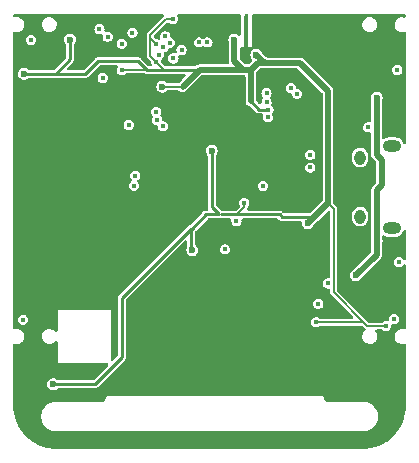
<source format=gbr>
G04 #@! TF.GenerationSoftware,KiCad,Pcbnew,7.0.6*
G04 #@! TF.CreationDate,2024-04-10T23:04:11-04:00*
G04 #@! TF.ProjectId,Watchy,57617463-6879-42e6-9b69-6361645f7063,rev?*
G04 #@! TF.SameCoordinates,Original*
G04 #@! TF.FileFunction,Copper,L3,Inr*
G04 #@! TF.FilePolarity,Positive*
%FSLAX46Y46*%
G04 Gerber Fmt 4.6, Leading zero omitted, Abs format (unit mm)*
G04 Created by KiCad (PCBNEW 7.0.6) date 2024-04-10 23:04:11*
%MOMM*%
%LPD*%
G01*
G04 APERTURE LIST*
G04 #@! TA.AperFunction,ComponentPad*
%ADD10O,1.550000X1.000000*%
G04 #@! TD*
G04 #@! TA.AperFunction,ComponentPad*
%ADD11O,0.950000X1.250000*%
G04 #@! TD*
G04 #@! TA.AperFunction,ViaPad*
%ADD12C,0.600000*%
G04 #@! TD*
G04 #@! TA.AperFunction,ViaPad*
%ADD13C,0.450000*%
G04 #@! TD*
G04 #@! TA.AperFunction,Conductor*
%ADD14C,0.150000*%
G04 #@! TD*
G04 #@! TA.AperFunction,Conductor*
%ADD15C,0.250000*%
G04 #@! TD*
G04 #@! TA.AperFunction,Conductor*
%ADD16C,0.500000*%
G04 #@! TD*
G04 #@! TA.AperFunction,Conductor*
%ADD17C,0.254000*%
G04 #@! TD*
G04 #@! TA.AperFunction,Conductor*
%ADD18C,0.200000*%
G04 #@! TD*
G04 APERTURE END LIST*
D10*
X101050000Y-97180000D03*
D11*
X98350000Y-96180000D03*
X98350000Y-91180000D03*
D10*
X101050000Y-90180000D03*
D12*
X84340000Y-94840000D03*
D13*
X77950000Y-85400000D03*
D12*
X72310000Y-82540000D03*
X85120000Y-86910000D03*
D13*
X89040000Y-90460000D03*
D12*
X84120000Y-87910000D03*
D13*
X89710000Y-79260000D03*
D12*
X87120000Y-84910000D03*
D13*
X86810000Y-79460000D03*
D12*
X86120000Y-87910000D03*
D13*
X93666761Y-91483943D03*
D12*
X91360000Y-81330000D03*
X97310000Y-96580000D03*
X87900000Y-99020000D03*
X72250000Y-99540000D03*
X85200000Y-94210000D03*
D13*
X78640000Y-81090000D03*
D12*
X76100000Y-109330000D03*
X99340000Y-81270000D03*
X82500000Y-94840000D03*
D13*
X92270000Y-95010000D03*
D12*
X78820000Y-94840000D03*
D13*
X72290000Y-108960000D03*
D12*
X84120000Y-85910000D03*
X75600000Y-85670000D03*
X93350000Y-82220000D03*
X100690000Y-99910000D03*
X86120000Y-85910000D03*
D13*
X94840427Y-89334557D03*
X79890000Y-82320000D03*
X89710000Y-80460000D03*
D12*
X99480000Y-92380000D03*
D13*
X88010000Y-79460000D03*
D12*
X98430000Y-84110000D03*
D13*
X95020000Y-108360000D03*
X89710000Y-79860000D03*
D12*
X88120000Y-87910000D03*
X87120000Y-86910000D03*
D13*
X87410000Y-79460000D03*
D12*
X83398187Y-99308400D03*
X81580000Y-94840000D03*
X80660000Y-94840000D03*
X88120000Y-85910000D03*
D13*
X91000000Y-92093100D03*
D12*
X83420000Y-94840000D03*
X85120000Y-84910000D03*
D13*
X101700000Y-89160000D03*
X94840000Y-89950000D03*
D12*
X91780000Y-79430000D03*
D13*
X98430000Y-104210000D03*
D12*
X79740000Y-94840000D03*
D13*
X82500000Y-79450000D03*
D12*
X93920000Y-96730000D03*
X69900000Y-84100000D03*
D13*
X90590000Y-87110000D03*
D12*
X87699561Y-81183001D03*
D13*
X81080000Y-83070000D03*
D12*
X89560000Y-82470000D03*
X73800000Y-81200000D03*
D13*
X78170000Y-83800000D03*
X100544993Y-105439972D03*
D12*
X85780000Y-90600000D03*
D13*
X94620000Y-105120000D03*
D12*
X72360000Y-110360000D03*
D13*
X88540000Y-95020000D03*
D12*
X84150000Y-99020000D03*
X81609192Y-85180807D03*
D13*
X81086078Y-81571800D03*
X86900000Y-98950000D03*
X87880000Y-96550000D03*
X99030000Y-88620000D03*
X83230000Y-82060000D03*
X81330000Y-82460000D03*
X78170000Y-81540000D03*
X79306507Y-92710000D03*
X81695461Y-81809685D03*
X79211090Y-93552312D03*
X79070000Y-80600000D03*
D12*
X98000000Y-101140000D03*
X99750000Y-86100000D03*
X99750000Y-98250000D03*
D13*
X81850000Y-80910000D03*
X101210000Y-104860000D03*
X94800000Y-103560000D03*
X82540000Y-82770000D03*
X76980000Y-80950000D03*
X84720000Y-81430000D03*
X101490000Y-83760000D03*
X90560000Y-87770000D03*
X78760000Y-88420000D03*
X76554052Y-84444840D03*
X76280000Y-80290000D03*
X85420000Y-81430000D03*
X70490000Y-81230000D03*
X69810000Y-104900000D03*
X82250000Y-81450000D03*
X90135566Y-93588768D03*
X81640000Y-88520000D03*
X101650000Y-100030000D03*
X95610000Y-101840000D03*
X93011808Y-85783139D03*
X90430000Y-86480000D03*
X92490000Y-85300000D03*
X90425000Y-85710000D03*
X81087207Y-87306138D03*
X94130000Y-92020000D03*
X94130000Y-90940000D03*
X81170997Y-88017436D03*
D14*
X88540000Y-95020000D02*
X88540000Y-95378000D01*
X81080000Y-83070000D02*
X81750000Y-83740000D01*
D15*
X80310000Y-83760000D02*
X84741614Y-83760000D01*
D16*
X87699561Y-82979561D02*
X87699561Y-81183001D01*
D15*
X86439000Y-95999000D02*
X85241000Y-95999000D01*
D14*
X84761614Y-83740000D02*
X82040000Y-83740000D01*
D16*
X89100000Y-83740000D02*
X85860000Y-83740000D01*
D14*
X96109000Y-95499000D02*
X95630000Y-95020000D01*
X96109000Y-102594693D02*
X96109000Y-95499000D01*
X80580000Y-82570000D02*
X80831000Y-82821000D01*
X80310000Y-83760000D02*
X78210000Y-83760000D01*
X98717154Y-105202846D02*
X98634308Y-105120000D01*
D15*
X84050000Y-97190000D02*
X84050000Y-99020000D01*
D17*
X87171000Y-95999000D02*
X87919000Y-95999000D01*
D16*
X90260000Y-83170000D02*
X89670000Y-83170000D01*
D15*
X76140000Y-83030000D02*
X79580000Y-83030000D01*
X87919000Y-95999000D02*
X87329000Y-95999000D01*
D14*
X80580000Y-80960000D02*
X80580000Y-82570000D01*
X88540000Y-95378000D02*
X87919000Y-95999000D01*
X80580000Y-81065722D02*
X81086078Y-81571800D01*
D15*
X87171000Y-95999000D02*
X86539000Y-95999000D01*
D17*
X87919000Y-95999000D02*
X91529000Y-95999000D01*
D14*
X80831000Y-82821000D02*
X81080000Y-83070000D01*
D16*
X89670000Y-83170000D02*
X89100000Y-83740000D01*
X95630000Y-95020000D02*
X95630000Y-85520000D01*
X85860000Y-83740000D02*
X85020000Y-83740000D01*
D14*
X81750000Y-83740000D02*
X82040000Y-83740000D01*
D17*
X91750000Y-96220000D02*
X94530000Y-96220000D01*
D16*
X84761614Y-83740000D02*
X83320807Y-85180807D01*
D15*
X85780000Y-94550000D02*
X85780000Y-95340000D01*
X72560000Y-84100000D02*
X72310000Y-84100000D01*
D14*
X82040000Y-83740000D02*
X81092000Y-83740000D01*
D15*
X73800000Y-82860000D02*
X73800000Y-81200000D01*
D17*
X91529000Y-95999000D02*
X91750000Y-96220000D01*
D15*
X69900000Y-84100000D02*
X72310000Y-84100000D01*
X85780000Y-95340000D02*
X86439000Y-95999000D01*
X75070000Y-84100000D02*
X76140000Y-83030000D01*
X79580000Y-83030000D02*
X80310000Y-83760000D01*
D16*
X89100000Y-83740000D02*
X89100000Y-86400000D01*
D14*
X81910000Y-79450000D02*
X80580000Y-80780000D01*
D15*
X78180000Y-108080000D02*
X78180000Y-103060000D01*
X85341000Y-95999000D02*
X84150000Y-97190000D01*
D14*
X98634308Y-105120000D02*
X94620000Y-105120000D01*
X80580000Y-80780000D02*
X80580000Y-80960000D01*
X98717154Y-105202846D02*
X96109000Y-102594693D01*
D16*
X93920000Y-96730000D02*
X94480000Y-96170000D01*
X93280000Y-83170000D02*
X90260000Y-83170000D01*
D15*
X90590000Y-87110000D02*
X89810000Y-87110000D01*
D14*
X82500000Y-79450000D02*
X81910000Y-79450000D01*
D16*
X88460000Y-83740000D02*
X89100000Y-83740000D01*
D14*
X98954279Y-105439972D02*
X98717154Y-105202846D01*
D16*
X90260000Y-83170000D02*
X89560000Y-82470000D01*
D15*
X72360000Y-110360000D02*
X75900000Y-110360000D01*
X84741614Y-83760000D02*
X84761614Y-83740000D01*
D18*
X81609192Y-85180807D02*
X83320807Y-85180807D01*
D16*
X94480000Y-96170000D02*
X95630000Y-95020000D01*
D14*
X78210000Y-83760000D02*
X78170000Y-83800000D01*
D15*
X78180000Y-103060000D02*
X84050000Y-97190000D01*
D14*
X80580000Y-80960000D02*
X80580000Y-81065722D01*
X100544993Y-105439972D02*
X98954279Y-105439972D01*
D15*
X89810000Y-87110000D02*
X89100000Y-86400000D01*
X72310000Y-84100000D02*
X75070000Y-84100000D01*
D16*
X85860000Y-83740000D02*
X84761614Y-83740000D01*
D15*
X73800000Y-82860000D02*
X72560000Y-84100000D01*
X75900000Y-110360000D02*
X78180000Y-108080000D01*
D16*
X87699561Y-82979561D02*
X88460000Y-83740000D01*
D15*
X85780000Y-94550000D02*
X85780000Y-90600000D01*
D16*
X95630000Y-85520000D02*
X93280000Y-83170000D01*
X99750000Y-98250000D02*
X99750000Y-99390000D01*
X100184000Y-91384000D02*
X100184000Y-93516000D01*
X99750000Y-93950000D02*
X99750000Y-98250000D01*
X99750000Y-90950000D02*
X100184000Y-91384000D01*
X99750000Y-99390000D02*
X98000000Y-101140000D01*
X99750000Y-86100000D02*
X99750000Y-90950000D01*
X100184000Y-93516000D02*
X99750000Y-93950000D01*
G04 #@! TA.AperFunction,Conductor*
G36*
X81693007Y-79050002D02*
G01*
X81739500Y-79103658D01*
X81749604Y-79173932D01*
X81725432Y-79231937D01*
X81701877Y-79263126D01*
X81696145Y-79269713D01*
X80424413Y-80541444D01*
X80417827Y-80547175D01*
X80409137Y-80553738D01*
X80379358Y-80586403D01*
X80377353Y-80588503D01*
X80364667Y-80601190D01*
X80364650Y-80601211D01*
X80363452Y-80602959D01*
X80358047Y-80609780D01*
X80338939Y-80630741D01*
X80338938Y-80630742D01*
X80337078Y-80635545D01*
X80323544Y-80661223D01*
X80320629Y-80665477D01*
X80320629Y-80665478D01*
X80314131Y-80693102D01*
X80311549Y-80701440D01*
X80301300Y-80727899D01*
X80301300Y-80733045D01*
X80297954Y-80761886D01*
X80296774Y-80766906D01*
X80296774Y-80766907D01*
X80300694Y-80795013D01*
X80301299Y-80803726D01*
X80301300Y-80907902D01*
X80301300Y-81007054D01*
X80300695Y-81015768D01*
X80299190Y-81026552D01*
X80301232Y-81070726D01*
X80301299Y-81073634D01*
X80301300Y-82511332D01*
X80300695Y-82520046D01*
X80299191Y-82530828D01*
X80301233Y-82575002D01*
X80301300Y-82577912D01*
X80301300Y-82595838D01*
X80301689Y-82597919D01*
X80302692Y-82606577D01*
X80304002Y-82634912D01*
X80304003Y-82634914D01*
X80306084Y-82639628D01*
X80314670Y-82667357D01*
X80315616Y-82672418D01*
X80315617Y-82672421D01*
X80330556Y-82696548D01*
X80334627Y-82704272D01*
X80346090Y-82730232D01*
X80349727Y-82733869D01*
X80367759Y-82756633D01*
X80370471Y-82761013D01*
X80393114Y-82778112D01*
X80399704Y-82783847D01*
X80589904Y-82974045D01*
X80589917Y-82974060D01*
X80610694Y-82994837D01*
X80644720Y-83057149D01*
X80646316Y-83066000D01*
X80664434Y-83192014D01*
X80664436Y-83192021D01*
X80692265Y-83252958D01*
X80702368Y-83323232D01*
X80672875Y-83387813D01*
X80613149Y-83426196D01*
X80577651Y-83431300D01*
X80498342Y-83431300D01*
X80430221Y-83411298D01*
X80409247Y-83394395D01*
X79824525Y-82809673D01*
X79820810Y-82805620D01*
X79805456Y-82787322D01*
X79794544Y-82774317D01*
X79794543Y-82774316D01*
X79794542Y-82774315D01*
X79759163Y-82753889D01*
X79754527Y-82750935D01*
X79721059Y-82727500D01*
X79715905Y-82725097D01*
X79699517Y-82718309D01*
X79694153Y-82716357D01*
X79653924Y-82709263D01*
X79648559Y-82708074D01*
X79609092Y-82697499D01*
X79609090Y-82697499D01*
X79600215Y-82698275D01*
X79568381Y-82701060D01*
X79562888Y-82701300D01*
X76157113Y-82701300D01*
X76151620Y-82701060D01*
X76110911Y-82697499D01*
X76110907Y-82697499D01*
X76071439Y-82708075D01*
X76066073Y-82709264D01*
X76025845Y-82716357D01*
X76020522Y-82718294D01*
X76004086Y-82725102D01*
X75998938Y-82727503D01*
X75965470Y-82750937D01*
X75960836Y-82753889D01*
X75925458Y-82774315D01*
X75925456Y-82774316D01*
X75899192Y-82805615D01*
X75895479Y-82809667D01*
X74970753Y-83734395D01*
X74908440Y-83768420D01*
X74881657Y-83771300D01*
X73657743Y-83771300D01*
X73589622Y-83751298D01*
X73543129Y-83697642D01*
X73533025Y-83627368D01*
X73562519Y-83562788D01*
X73568647Y-83556205D01*
X73902063Y-83222788D01*
X74020345Y-83104505D01*
X74024377Y-83100811D01*
X74055683Y-83074544D01*
X74076111Y-83039161D01*
X74079057Y-83034534D01*
X74102499Y-83001058D01*
X74102500Y-83001053D01*
X74104923Y-82995858D01*
X74111673Y-82979563D01*
X74113637Y-82974164D01*
X74113642Y-82974156D01*
X74120737Y-82933915D01*
X74121919Y-82928580D01*
X74132501Y-82889090D01*
X74131727Y-82880242D01*
X74128940Y-82848379D01*
X74128700Y-82842887D01*
X74128700Y-81636828D01*
X74148702Y-81568707D01*
X74159475Y-81554316D01*
X74171877Y-81540003D01*
X77736892Y-81540003D01*
X77754434Y-81662014D01*
X77754436Y-81662021D01*
X77805646Y-81774156D01*
X77886375Y-81867321D01*
X77990080Y-81933969D01*
X78090783Y-81963538D01*
X78108358Y-81968699D01*
X78108359Y-81968699D01*
X78108362Y-81968700D01*
X78108365Y-81968700D01*
X78231635Y-81968700D01*
X78231638Y-81968700D01*
X78349920Y-81933969D01*
X78453625Y-81867321D01*
X78534354Y-81774156D01*
X78585564Y-81662021D01*
X78596278Y-81587507D01*
X78603108Y-81540003D01*
X78603108Y-81539996D01*
X78585565Y-81417985D01*
X78585564Y-81417984D01*
X78585564Y-81417979D01*
X78534354Y-81305844D01*
X78453625Y-81212679D01*
X78453624Y-81212678D01*
X78364305Y-81155276D01*
X78349920Y-81146031D01*
X78320349Y-81137348D01*
X78231641Y-81111300D01*
X78231638Y-81111300D01*
X78108362Y-81111300D01*
X78108358Y-81111300D01*
X77990080Y-81146031D01*
X77990078Y-81146032D01*
X77886375Y-81212678D01*
X77805646Y-81305843D01*
X77754436Y-81417978D01*
X77754434Y-81417985D01*
X77736892Y-81539996D01*
X77736892Y-81540003D01*
X74171877Y-81540003D01*
X74171883Y-81539996D01*
X74228097Y-81475121D01*
X74288267Y-81343368D01*
X74308880Y-81200000D01*
X74288267Y-81056632D01*
X74228097Y-80924879D01*
X74133246Y-80815414D01*
X74133245Y-80815413D01*
X74133244Y-80815412D01*
X74011400Y-80737108D01*
X74011397Y-80737106D01*
X74011396Y-80737106D01*
X73997565Y-80733045D01*
X73872421Y-80696300D01*
X73727579Y-80696300D01*
X73588606Y-80737105D01*
X73588599Y-80737108D01*
X73466755Y-80815412D01*
X73371903Y-80924878D01*
X73311733Y-81056631D01*
X73291120Y-81200000D01*
X73311733Y-81343368D01*
X73371903Y-81475121D01*
X73440525Y-81554316D01*
X73470018Y-81618897D01*
X73471300Y-81636828D01*
X73471300Y-82671657D01*
X73451298Y-82739778D01*
X73434400Y-82760747D01*
X72460751Y-83734396D01*
X72398441Y-83768420D01*
X72371658Y-83771300D01*
X70339214Y-83771300D01*
X70271093Y-83751298D01*
X70243990Y-83727813D01*
X70233245Y-83715413D01*
X70233244Y-83715412D01*
X70111400Y-83637108D01*
X70111397Y-83637106D01*
X70111396Y-83637106D01*
X70073367Y-83625940D01*
X69972421Y-83596300D01*
X69827579Y-83596300D01*
X69688606Y-83637105D01*
X69688599Y-83637108D01*
X69566755Y-83715412D01*
X69471903Y-83824878D01*
X69411733Y-83956631D01*
X69391120Y-84100000D01*
X69411733Y-84243368D01*
X69471903Y-84375121D01*
X69566755Y-84484587D01*
X69688599Y-84562891D01*
X69688604Y-84562894D01*
X69827579Y-84603700D01*
X69972421Y-84603700D01*
X70111396Y-84562894D01*
X70233246Y-84484586D01*
X70243989Y-84472187D01*
X70286539Y-84444843D01*
X76120944Y-84444843D01*
X76138486Y-84566854D01*
X76138488Y-84566861D01*
X76189698Y-84678996D01*
X76270427Y-84772161D01*
X76374132Y-84838809D01*
X76474835Y-84868378D01*
X76492410Y-84873539D01*
X76492411Y-84873539D01*
X76492414Y-84873540D01*
X76492417Y-84873540D01*
X76615687Y-84873540D01*
X76615690Y-84873540D01*
X76733972Y-84838809D01*
X76837677Y-84772161D01*
X76918406Y-84678996D01*
X76969616Y-84566861D01*
X76970187Y-84562891D01*
X76987160Y-84444843D01*
X76987160Y-84444836D01*
X76969617Y-84322825D01*
X76969616Y-84322824D01*
X76969616Y-84322819D01*
X76918406Y-84210684D01*
X76837677Y-84117519D01*
X76837676Y-84117518D01*
X76746157Y-84058702D01*
X76733972Y-84050871D01*
X76692522Y-84038700D01*
X76615693Y-84016140D01*
X76615690Y-84016140D01*
X76492414Y-84016140D01*
X76492410Y-84016140D01*
X76374132Y-84050871D01*
X76374130Y-84050872D01*
X76270427Y-84117518D01*
X76189698Y-84210683D01*
X76138488Y-84322818D01*
X76138486Y-84322825D01*
X76120944Y-84444836D01*
X76120944Y-84444843D01*
X70286539Y-84444843D01*
X70303717Y-84433804D01*
X70339214Y-84428700D01*
X72281241Y-84428700D01*
X72542888Y-84428700D01*
X72548380Y-84428940D01*
X72564529Y-84430352D01*
X72589090Y-84432501D01*
X72589095Y-84432499D01*
X72594779Y-84432003D01*
X72619864Y-84428700D01*
X75052888Y-84428700D01*
X75058380Y-84428940D01*
X75074529Y-84430352D01*
X75099090Y-84432501D01*
X75138580Y-84421919D01*
X75143917Y-84420737D01*
X75184156Y-84413642D01*
X75184164Y-84413637D01*
X75189563Y-84411673D01*
X75205858Y-84404923D01*
X75211054Y-84402500D01*
X75211053Y-84402500D01*
X75211058Y-84402499D01*
X75244544Y-84379050D01*
X75249139Y-84376123D01*
X75284544Y-84355683D01*
X75310808Y-84324381D01*
X75314511Y-84320339D01*
X76239247Y-83395604D01*
X76301560Y-83361579D01*
X76328343Y-83358700D01*
X77709236Y-83358700D01*
X77777357Y-83378702D01*
X77823850Y-83432358D01*
X77833954Y-83502632D01*
X77808994Y-83557283D01*
X77810518Y-83558263D01*
X77805646Y-83565843D01*
X77754436Y-83677978D01*
X77754434Y-83677985D01*
X77736892Y-83799996D01*
X77736892Y-83800003D01*
X77754434Y-83922014D01*
X77754436Y-83922021D01*
X77805646Y-84034156D01*
X77886375Y-84127321D01*
X77990080Y-84193969D01*
X78090783Y-84223538D01*
X78108358Y-84228699D01*
X78108359Y-84228699D01*
X78108362Y-84228700D01*
X78108365Y-84228700D01*
X78231635Y-84228700D01*
X78231638Y-84228700D01*
X78349920Y-84193969D01*
X78453625Y-84127321D01*
X78492734Y-84082187D01*
X78552461Y-84043804D01*
X78587959Y-84038700D01*
X80095226Y-84038700D01*
X80163347Y-84058702D01*
X80167478Y-84061474D01*
X80168942Y-84062499D01*
X80168945Y-84062501D01*
X80174136Y-84064921D01*
X80190449Y-84071678D01*
X80195842Y-84073641D01*
X80195844Y-84073642D01*
X80205599Y-84075362D01*
X80236073Y-84080736D01*
X80241441Y-84081926D01*
X80261578Y-84087321D01*
X80280910Y-84092501D01*
X80306217Y-84090286D01*
X80321620Y-84088940D01*
X80327112Y-84088700D01*
X83467095Y-84088700D01*
X83535216Y-84108702D01*
X83581709Y-84162358D01*
X83591813Y-84232632D01*
X83562319Y-84297212D01*
X83556193Y-84303792D01*
X83256285Y-84603700D01*
X83019782Y-84840203D01*
X82957470Y-84874228D01*
X82930687Y-84877107D01*
X82070068Y-84877107D01*
X82001947Y-84857105D01*
X81974842Y-84833618D01*
X81942437Y-84796220D01*
X81820592Y-84717915D01*
X81820589Y-84717913D01*
X81820588Y-84717913D01*
X81681613Y-84677107D01*
X81536771Y-84677107D01*
X81397798Y-84717912D01*
X81397791Y-84717915D01*
X81275947Y-84796219D01*
X81181095Y-84905685D01*
X81120925Y-85037438D01*
X81100719Y-85177979D01*
X81100312Y-85180807D01*
X81120925Y-85324175D01*
X81181095Y-85455928D01*
X81261761Y-85549023D01*
X81275947Y-85565394D01*
X81372308Y-85627321D01*
X81397796Y-85643701D01*
X81536771Y-85684507D01*
X81681613Y-85684507D01*
X81820588Y-85643701D01*
X81942438Y-85565393D01*
X81974842Y-85527995D01*
X82034568Y-85489611D01*
X82070068Y-85484507D01*
X82931409Y-85484507D01*
X82999530Y-85504509D01*
X83013590Y-85514997D01*
X83076697Y-85569305D01*
X83076696Y-85569305D01*
X83138571Y-85596300D01*
X83202054Y-85623997D01*
X83337964Y-85639311D01*
X83434557Y-85621034D01*
X83472343Y-85613885D01*
X83472344Y-85613884D01*
X83472347Y-85613884D01*
X83593267Y-85549976D01*
X84912638Y-84230603D01*
X84974949Y-84196580D01*
X85001732Y-84193700D01*
X85791616Y-84193700D01*
X88391616Y-84193700D01*
X88451507Y-84193700D01*
X88511372Y-84195940D01*
X88511372Y-84195939D01*
X88520807Y-84196293D01*
X88520703Y-84199066D01*
X88576116Y-84208768D01*
X88628328Y-84256877D01*
X88646300Y-84321731D01*
X88646300Y-86434003D01*
X88661559Y-86535241D01*
X88720901Y-86658465D01*
X88813927Y-86758724D01*
X88932372Y-86827108D01*
X88932371Y-86827108D01*
X89008443Y-86844470D01*
X89065279Y-86857443D01*
X89126337Y-86891189D01*
X89565484Y-87330336D01*
X89569188Y-87334378D01*
X89595456Y-87365683D01*
X89624074Y-87382205D01*
X89630838Y-87386111D01*
X89635474Y-87389065D01*
X89668941Y-87412499D01*
X89674137Y-87414922D01*
X89690463Y-87421683D01*
X89695843Y-87423642D01*
X89702547Y-87424823D01*
X89736102Y-87430740D01*
X89741425Y-87431920D01*
X89780911Y-87442501D01*
X89807128Y-87440207D01*
X89821624Y-87438940D01*
X89827116Y-87438700D01*
X90043951Y-87438700D01*
X90112072Y-87458702D01*
X90158565Y-87512358D01*
X90168669Y-87582632D01*
X90158566Y-87617036D01*
X90145470Y-87645713D01*
X90144435Y-87647981D01*
X90144434Y-87647985D01*
X90126892Y-87769996D01*
X90126892Y-87770003D01*
X90144434Y-87892014D01*
X90144436Y-87892021D01*
X90195646Y-88004156D01*
X90276375Y-88097321D01*
X90380080Y-88163969D01*
X90473160Y-88191300D01*
X90498358Y-88198699D01*
X90498359Y-88198699D01*
X90498362Y-88198700D01*
X90498365Y-88198700D01*
X90621635Y-88198700D01*
X90621638Y-88198700D01*
X90739920Y-88163969D01*
X90843625Y-88097321D01*
X90924354Y-88004156D01*
X90975564Y-87892021D01*
X90991199Y-87783279D01*
X90993108Y-87770003D01*
X90993108Y-87769996D01*
X90975565Y-87647985D01*
X90975564Y-87647981D01*
X90975564Y-87647979D01*
X90924354Y-87535844D01*
X90924353Y-87535843D01*
X90924353Y-87535842D01*
X90919482Y-87528263D01*
X90921832Y-87526752D01*
X90898308Y-87475240D01*
X90908413Y-87404966D01*
X90927801Y-87374798D01*
X90954354Y-87344156D01*
X91005564Y-87232021D01*
X91023108Y-87110000D01*
X91023108Y-87109996D01*
X91005565Y-86987985D01*
X91005564Y-86987984D01*
X91005564Y-86987979D01*
X90954354Y-86875844D01*
X90873625Y-86782679D01*
X90873624Y-86782678D01*
X90866813Y-86776776D01*
X90869072Y-86774168D01*
X90833498Y-86733110D01*
X90823398Y-86662835D01*
X90833501Y-86628434D01*
X90845564Y-86602021D01*
X90847765Y-86586714D01*
X90863108Y-86480003D01*
X90863108Y-86479996D01*
X90845565Y-86357985D01*
X90845564Y-86357984D01*
X90845564Y-86357979D01*
X90794354Y-86245844D01*
X90732643Y-86174627D01*
X90703151Y-86110048D01*
X90713254Y-86039774D01*
X90732644Y-86009602D01*
X90778543Y-85956632D01*
X90789354Y-85944156D01*
X90840564Y-85832021D01*
X90850902Y-85760119D01*
X90858108Y-85710003D01*
X90858108Y-85709996D01*
X90840565Y-85587985D01*
X90840564Y-85587984D01*
X90840564Y-85587979D01*
X90789354Y-85475844D01*
X90708625Y-85382679D01*
X90708624Y-85382678D01*
X90617592Y-85324175D01*
X90604920Y-85316031D01*
X90575349Y-85307348D01*
X90550335Y-85300003D01*
X92056892Y-85300003D01*
X92074434Y-85422014D01*
X92074436Y-85422021D01*
X92125646Y-85534156D01*
X92206375Y-85627321D01*
X92310080Y-85693969D01*
X92391932Y-85718003D01*
X92428358Y-85728699D01*
X92428359Y-85728699D01*
X92428362Y-85728700D01*
X92428365Y-85728700D01*
X92461693Y-85728700D01*
X92529814Y-85748702D01*
X92576307Y-85802358D01*
X92586410Y-85836768D01*
X92596242Y-85905153D01*
X92596244Y-85905160D01*
X92647454Y-86017295D01*
X92728183Y-86110460D01*
X92831888Y-86177108D01*
X92932591Y-86206677D01*
X92950166Y-86211838D01*
X92950167Y-86211838D01*
X92950170Y-86211839D01*
X92950173Y-86211839D01*
X93073443Y-86211839D01*
X93073446Y-86211839D01*
X93191728Y-86177108D01*
X93295433Y-86110460D01*
X93376162Y-86017295D01*
X93427372Y-85905160D01*
X93427631Y-85903355D01*
X93444916Y-85783142D01*
X93444916Y-85783135D01*
X93427373Y-85661124D01*
X93427372Y-85661123D01*
X93427372Y-85661118D01*
X93376162Y-85548983D01*
X93295433Y-85455818D01*
X93295432Y-85455817D01*
X93243580Y-85422494D01*
X93191728Y-85389170D01*
X93162157Y-85380487D01*
X93073449Y-85354439D01*
X93073446Y-85354439D01*
X93040115Y-85354439D01*
X92971994Y-85334437D01*
X92925501Y-85280781D01*
X92915398Y-85246371D01*
X92905565Y-85177985D01*
X92905564Y-85177984D01*
X92905564Y-85177979D01*
X92854354Y-85065844D01*
X92773625Y-84972679D01*
X92773624Y-84972678D01*
X92721772Y-84939355D01*
X92669920Y-84906031D01*
X92640349Y-84897348D01*
X92551641Y-84871300D01*
X92551638Y-84871300D01*
X92428362Y-84871300D01*
X92428358Y-84871300D01*
X92310080Y-84906031D01*
X92310078Y-84906032D01*
X92206375Y-84972678D01*
X92125646Y-85065843D01*
X92074436Y-85177978D01*
X92074434Y-85177985D01*
X92056892Y-85299996D01*
X92056892Y-85300003D01*
X90550335Y-85300003D01*
X90486641Y-85281300D01*
X90486638Y-85281300D01*
X90363362Y-85281300D01*
X90363358Y-85281300D01*
X90245080Y-85316031D01*
X90245078Y-85316032D01*
X90141375Y-85382678D01*
X90060646Y-85475843D01*
X90009436Y-85587978D01*
X90009434Y-85587985D01*
X89991892Y-85709996D01*
X89991892Y-85710003D01*
X90009434Y-85832014D01*
X90009436Y-85832021D01*
X90060646Y-85944156D01*
X90122355Y-86015372D01*
X90151848Y-86079953D01*
X90141745Y-86150227D01*
X90122355Y-86180397D01*
X90065649Y-86245839D01*
X90065646Y-86245843D01*
X90014436Y-86357978D01*
X90014434Y-86357985D01*
X89996892Y-86479996D01*
X89996892Y-86479999D01*
X89996892Y-86480000D01*
X89998629Y-86492087D01*
X90002131Y-86516440D01*
X89992026Y-86586714D01*
X89945533Y-86640369D01*
X89877412Y-86660370D01*
X89809291Y-86640367D01*
X89788317Y-86623465D01*
X89700094Y-86535242D01*
X89590604Y-86425751D01*
X89556579Y-86363439D01*
X89553700Y-86336656D01*
X89553700Y-83980118D01*
X89573702Y-83911997D01*
X89590605Y-83891023D01*
X89821023Y-83660605D01*
X89883335Y-83626579D01*
X89910118Y-83623700D01*
X90191616Y-83623700D01*
X90251519Y-83623700D01*
X90311372Y-83625940D01*
X90311376Y-83625938D01*
X90320757Y-83624883D01*
X90320853Y-83625736D01*
X90336321Y-83623700D01*
X93039881Y-83623700D01*
X93108002Y-83643702D01*
X93128976Y-83660605D01*
X95139395Y-85671024D01*
X95173421Y-85733336D01*
X95176300Y-85760119D01*
X95176300Y-94779881D01*
X95156298Y-94848002D01*
X95139395Y-94868976D01*
X94155976Y-95852395D01*
X94093664Y-95886421D01*
X94066881Y-95889300D01*
X91939170Y-95889300D01*
X91871049Y-95869298D01*
X91850075Y-95852395D01*
X91829794Y-95832114D01*
X91774992Y-95777312D01*
X91771288Y-95773270D01*
X91764783Y-95765518D01*
X91744849Y-95741761D01*
X91709237Y-95721200D01*
X91704606Y-95718249D01*
X91670914Y-95694658D01*
X91666021Y-95692377D01*
X91648933Y-95685299D01*
X91643849Y-95683448D01*
X91603352Y-95676307D01*
X91597984Y-95675117D01*
X91558268Y-95664476D01*
X91558267Y-95664476D01*
X91553334Y-95664907D01*
X91517293Y-95668060D01*
X91511801Y-95668300D01*
X88915127Y-95668300D01*
X88847006Y-95648298D01*
X88800513Y-95594642D01*
X88790409Y-95524368D01*
X88798580Y-95495881D01*
X88799370Y-95492523D01*
X88805870Y-95464882D01*
X88808444Y-95456569D01*
X88818700Y-95430098D01*
X88818700Y-95424953D01*
X88822047Y-95396105D01*
X88823226Y-95391094D01*
X88823225Y-95391088D01*
X88823322Y-95389002D01*
X88824568Y-95385382D01*
X88825899Y-95379728D01*
X88826470Y-95379862D01*
X88846449Y-95321877D01*
X88853964Y-95312308D01*
X88856466Y-95309421D01*
X88904354Y-95254156D01*
X88955564Y-95142021D01*
X88971885Y-95028507D01*
X88973108Y-95020003D01*
X88973108Y-95019996D01*
X88955565Y-94897985D01*
X88955564Y-94897984D01*
X88955564Y-94897979D01*
X88904354Y-94785844D01*
X88823625Y-94692679D01*
X88823624Y-94692678D01*
X88771772Y-94659355D01*
X88719920Y-94626031D01*
X88690349Y-94617348D01*
X88601641Y-94591300D01*
X88601638Y-94591300D01*
X88478362Y-94591300D01*
X88478358Y-94591300D01*
X88360080Y-94626031D01*
X88360078Y-94626032D01*
X88256375Y-94692678D01*
X88175646Y-94785843D01*
X88124436Y-94897978D01*
X88124434Y-94897985D01*
X88106892Y-95019996D01*
X88106892Y-95020003D01*
X88124434Y-95142014D01*
X88124437Y-95142024D01*
X88168791Y-95239147D01*
X88178894Y-95309421D01*
X88149401Y-95374001D01*
X88143273Y-95380583D01*
X87892463Y-95631395D01*
X87830151Y-95665420D01*
X87803367Y-95668300D01*
X87142065Y-95668300D01*
X87141569Y-95668387D01*
X87119699Y-95670300D01*
X86627342Y-95670300D01*
X86559221Y-95650298D01*
X86538247Y-95633395D01*
X86145605Y-95240753D01*
X86111579Y-95178441D01*
X86108700Y-95151658D01*
X86108700Y-93588771D01*
X89702458Y-93588771D01*
X89720000Y-93710782D01*
X89720002Y-93710789D01*
X89771212Y-93822924D01*
X89851941Y-93916089D01*
X89955646Y-93982737D01*
X90051066Y-94010755D01*
X90073924Y-94017467D01*
X90073925Y-94017467D01*
X90073928Y-94017468D01*
X90073931Y-94017468D01*
X90197201Y-94017468D01*
X90197204Y-94017468D01*
X90315486Y-93982737D01*
X90419191Y-93916089D01*
X90499920Y-93822924D01*
X90551130Y-93710789D01*
X90556373Y-93674326D01*
X90568674Y-93588771D01*
X90568674Y-93588764D01*
X90551131Y-93466753D01*
X90551130Y-93466752D01*
X90551130Y-93466747D01*
X90499920Y-93354612D01*
X90419191Y-93261447D01*
X90419190Y-93261446D01*
X90362465Y-93224991D01*
X90315486Y-93194799D01*
X90285915Y-93186116D01*
X90197207Y-93160068D01*
X90197204Y-93160068D01*
X90073928Y-93160068D01*
X90073924Y-93160068D01*
X89955646Y-93194799D01*
X89955644Y-93194800D01*
X89851941Y-93261446D01*
X89771212Y-93354611D01*
X89720002Y-93466746D01*
X89720000Y-93466753D01*
X89702458Y-93588764D01*
X89702458Y-93588771D01*
X86108700Y-93588771D01*
X86108700Y-92020003D01*
X93696892Y-92020003D01*
X93714434Y-92142014D01*
X93714436Y-92142021D01*
X93765646Y-92254156D01*
X93846375Y-92347321D01*
X93950080Y-92413969D01*
X94050783Y-92443538D01*
X94068358Y-92448699D01*
X94068359Y-92448699D01*
X94068362Y-92448700D01*
X94068365Y-92448700D01*
X94191635Y-92448700D01*
X94191638Y-92448700D01*
X94309920Y-92413969D01*
X94413625Y-92347321D01*
X94494354Y-92254156D01*
X94545564Y-92142021D01*
X94563108Y-92020000D01*
X94563108Y-92019996D01*
X94545565Y-91897985D01*
X94545564Y-91897984D01*
X94545564Y-91897979D01*
X94494354Y-91785844D01*
X94413625Y-91692679D01*
X94413624Y-91692678D01*
X94361772Y-91659355D01*
X94309920Y-91626031D01*
X94224317Y-91600895D01*
X94164592Y-91562512D01*
X94135099Y-91497931D01*
X94145204Y-91427657D01*
X94191697Y-91374002D01*
X94224316Y-91359104D01*
X94309920Y-91333969D01*
X94413625Y-91267321D01*
X94494354Y-91174156D01*
X94545564Y-91062021D01*
X94550847Y-91025276D01*
X94563108Y-90940003D01*
X94563108Y-90939996D01*
X94545565Y-90817985D01*
X94545564Y-90817984D01*
X94545564Y-90817979D01*
X94494354Y-90705844D01*
X94413625Y-90612679D01*
X94413624Y-90612678D01*
X94357534Y-90576631D01*
X94309920Y-90546031D01*
X94280349Y-90537348D01*
X94191641Y-90511300D01*
X94191638Y-90511300D01*
X94068362Y-90511300D01*
X94068358Y-90511300D01*
X93950080Y-90546031D01*
X93950078Y-90546032D01*
X93846375Y-90612678D01*
X93765646Y-90705843D01*
X93714436Y-90817978D01*
X93714434Y-90817985D01*
X93696892Y-90939996D01*
X93696892Y-90940003D01*
X93714434Y-91062014D01*
X93714436Y-91062021D01*
X93765646Y-91174156D01*
X93846375Y-91267321D01*
X93950080Y-91333969D01*
X94035681Y-91359104D01*
X94095406Y-91397486D01*
X94124899Y-91462067D01*
X94114796Y-91532341D01*
X94068303Y-91585997D01*
X94035682Y-91600895D01*
X93950079Y-91626031D01*
X93950078Y-91626032D01*
X93846375Y-91692678D01*
X93765646Y-91785843D01*
X93714436Y-91897978D01*
X93714434Y-91897985D01*
X93696892Y-92019996D01*
X93696892Y-92020003D01*
X86108700Y-92020003D01*
X86108700Y-91036828D01*
X86128702Y-90968707D01*
X86139475Y-90954316D01*
X86190298Y-90895662D01*
X86208097Y-90875121D01*
X86268267Y-90743368D01*
X86288880Y-90600000D01*
X86268267Y-90456632D01*
X86208097Y-90324879D01*
X86113246Y-90215414D01*
X86113245Y-90215413D01*
X86113244Y-90215412D01*
X85991400Y-90137108D01*
X85991397Y-90137106D01*
X85991396Y-90137106D01*
X85852421Y-90096300D01*
X85707579Y-90096300D01*
X85568606Y-90137105D01*
X85568599Y-90137108D01*
X85446755Y-90215412D01*
X85351903Y-90324878D01*
X85291733Y-90456631D01*
X85271120Y-90600000D01*
X85291733Y-90743368D01*
X85351903Y-90875121D01*
X85420525Y-90954316D01*
X85450018Y-91018897D01*
X85451300Y-91036828D01*
X85451300Y-95322886D01*
X85451060Y-95328378D01*
X85447499Y-95369089D01*
X85447499Y-95369090D01*
X85458074Y-95408559D01*
X85459263Y-95413924D01*
X85466357Y-95454153D01*
X85468309Y-95459517D01*
X85475097Y-95475904D01*
X85481432Y-95489490D01*
X85480663Y-95487951D01*
X85493237Y-95557825D01*
X85466038Y-95623405D01*
X85407702Y-95663870D01*
X85367965Y-95670300D01*
X85358101Y-95670300D01*
X85352609Y-95670060D01*
X85316332Y-95666886D01*
X85311910Y-95666500D01*
X85311909Y-95666500D01*
X85306224Y-95666997D01*
X85281139Y-95670300D01*
X85212241Y-95670300D01*
X85169542Y-95677828D01*
X85126842Y-95685358D01*
X85126841Y-95685359D01*
X85026455Y-95743317D01*
X84951946Y-95832114D01*
X84909373Y-95949080D01*
X84880067Y-95995080D01*
X84046077Y-96829069D01*
X84000076Y-96858374D01*
X83953643Y-96875274D01*
X83948409Y-96876925D01*
X83908941Y-96887501D01*
X83908942Y-96887501D01*
X83903795Y-96889901D01*
X83888050Y-96898097D01*
X83883113Y-96900947D01*
X83851810Y-96927212D01*
X83847453Y-96930555D01*
X83837913Y-96937235D01*
X83837909Y-96937238D01*
X83829659Y-96945486D01*
X83825614Y-96949193D01*
X83794317Y-96975455D01*
X83790669Y-96979802D01*
X83775244Y-96999902D01*
X77959672Y-102815475D01*
X77955620Y-102819188D01*
X77924318Y-102845454D01*
X77924315Y-102845458D01*
X77903889Y-102880836D01*
X77900937Y-102885470D01*
X77877503Y-102918938D01*
X77875102Y-102924086D01*
X77868296Y-102940517D01*
X77866357Y-102945846D01*
X77859263Y-102986076D01*
X77858074Y-102991442D01*
X77847499Y-103030906D01*
X77847499Y-103030911D01*
X77851060Y-103071606D01*
X77851300Y-103077100D01*
X77851300Y-107891657D01*
X77831298Y-107959778D01*
X77814395Y-107980752D01*
X77455095Y-108340052D01*
X77392783Y-108374078D01*
X77321968Y-108369013D01*
X77265132Y-108326466D01*
X77240321Y-108259946D01*
X77240000Y-108250957D01*
X77240000Y-104090000D01*
X72740000Y-104090000D01*
X72740000Y-105837322D01*
X72719998Y-105905443D01*
X72666342Y-105951936D01*
X72596068Y-105962040D01*
X72531488Y-105932546D01*
X72527747Y-105929172D01*
X72407951Y-105816675D01*
X72407949Y-105816673D01*
X72268578Y-105740055D01*
X72268573Y-105740052D01*
X72114531Y-105700501D01*
X72114525Y-105700500D01*
X72114524Y-105700500D01*
X71995397Y-105700500D01*
X71995394Y-105700500D01*
X71995381Y-105700501D01*
X71877210Y-105715429D01*
X71877208Y-105715430D01*
X71729325Y-105773981D01*
X71729322Y-105773982D01*
X71600654Y-105867465D01*
X71600653Y-105867466D01*
X71499275Y-105990009D01*
X71499268Y-105990019D01*
X71431551Y-106133927D01*
X71401749Y-106290152D01*
X71401749Y-106290159D01*
X71411735Y-106448890D01*
X71411735Y-106448892D01*
X71460885Y-106600158D01*
X71460887Y-106600162D01*
X71546105Y-106734445D01*
X71662048Y-106843324D01*
X71662050Y-106843326D01*
X71762352Y-106898466D01*
X71801424Y-106919946D01*
X71801426Y-106919947D01*
X71955468Y-106959498D01*
X71955476Y-106959500D01*
X71955479Y-106959500D01*
X72074600Y-106959500D01*
X72074603Y-106959500D01*
X72100842Y-106956185D01*
X72192789Y-106944570D01*
X72192789Y-106944569D01*
X72192794Y-106944569D01*
X72340674Y-106886019D01*
X72469347Y-106792533D01*
X72516916Y-106735032D01*
X72575749Y-106695294D01*
X72646727Y-106693672D01*
X72707315Y-106730682D01*
X72738275Y-106794572D01*
X72740000Y-106815347D01*
X72740000Y-108590000D01*
X76900958Y-108590000D01*
X76969079Y-108610002D01*
X77015572Y-108663658D01*
X77025676Y-108733932D01*
X76996182Y-108798512D01*
X76990053Y-108805095D01*
X75800753Y-109994395D01*
X75738441Y-110028421D01*
X75711658Y-110031300D01*
X72799214Y-110031300D01*
X72731093Y-110011298D01*
X72703990Y-109987813D01*
X72693245Y-109975413D01*
X72693244Y-109975412D01*
X72571400Y-109897108D01*
X72571397Y-109897106D01*
X72571396Y-109897106D01*
X72432421Y-109856300D01*
X72287579Y-109856300D01*
X72148606Y-109897105D01*
X72148599Y-109897108D01*
X72026755Y-109975412D01*
X71931903Y-110084878D01*
X71871733Y-110216631D01*
X71851120Y-110360000D01*
X71871733Y-110503368D01*
X71931903Y-110635121D01*
X72026755Y-110744587D01*
X72148599Y-110822891D01*
X72148604Y-110822894D01*
X72287579Y-110863700D01*
X72432421Y-110863700D01*
X72571396Y-110822894D01*
X72693246Y-110744586D01*
X72703989Y-110732187D01*
X72763717Y-110693804D01*
X72799214Y-110688700D01*
X75882888Y-110688700D01*
X75888380Y-110688940D01*
X75904529Y-110690352D01*
X75929090Y-110692501D01*
X75968580Y-110681919D01*
X75973917Y-110680737D01*
X76014156Y-110673642D01*
X76014164Y-110673637D01*
X76019563Y-110671673D01*
X76035858Y-110664923D01*
X76041054Y-110662500D01*
X76041053Y-110662500D01*
X76041058Y-110662499D01*
X76074544Y-110639050D01*
X76079139Y-110636123D01*
X76114544Y-110615683D01*
X76140813Y-110584375D01*
X76144506Y-110580344D01*
X78400352Y-108324498D01*
X78404370Y-108320816D01*
X78435683Y-108294544D01*
X78456111Y-108259161D01*
X78459057Y-108254534D01*
X78482499Y-108221058D01*
X78482500Y-108221053D01*
X78484923Y-108215858D01*
X78491673Y-108199563D01*
X78493637Y-108194164D01*
X78493642Y-108194156D01*
X78500737Y-108153915D01*
X78501919Y-108148580D01*
X78512501Y-108109090D01*
X78512500Y-108109089D01*
X78508940Y-108068379D01*
X78508700Y-108062887D01*
X78508700Y-103560003D01*
X94366892Y-103560003D01*
X94384434Y-103682014D01*
X94384436Y-103682021D01*
X94435646Y-103794156D01*
X94516375Y-103887321D01*
X94620080Y-103953969D01*
X94720783Y-103983538D01*
X94738358Y-103988699D01*
X94738359Y-103988699D01*
X94738362Y-103988700D01*
X94738365Y-103988700D01*
X94861635Y-103988700D01*
X94861638Y-103988700D01*
X94979920Y-103953969D01*
X95083625Y-103887321D01*
X95164354Y-103794156D01*
X95215564Y-103682021D01*
X95233108Y-103560000D01*
X95233108Y-103559996D01*
X95215565Y-103437985D01*
X95215564Y-103437984D01*
X95215564Y-103437979D01*
X95164354Y-103325844D01*
X95083625Y-103232679D01*
X95083624Y-103232678D01*
X95026789Y-103196152D01*
X94979920Y-103166031D01*
X94950349Y-103157348D01*
X94861641Y-103131300D01*
X94861638Y-103131300D01*
X94738362Y-103131300D01*
X94738358Y-103131300D01*
X94620080Y-103166031D01*
X94620078Y-103166032D01*
X94516375Y-103232678D01*
X94435646Y-103325843D01*
X94384436Y-103437978D01*
X94384434Y-103437985D01*
X94366892Y-103559996D01*
X94366892Y-103560003D01*
X78508700Y-103560003D01*
X78508700Y-103248342D01*
X78528702Y-103180221D01*
X78545605Y-103159247D01*
X80949439Y-100755413D01*
X83506207Y-98198644D01*
X83568517Y-98164620D01*
X83639332Y-98169685D01*
X83696168Y-98212232D01*
X83720979Y-98278752D01*
X83721300Y-98287741D01*
X83721300Y-98718788D01*
X83709914Y-98771130D01*
X83661733Y-98876631D01*
X83641120Y-99020000D01*
X83661733Y-99163368D01*
X83721903Y-99295121D01*
X83816755Y-99404587D01*
X83938599Y-99482891D01*
X83938604Y-99482894D01*
X84077579Y-99523700D01*
X84222421Y-99523700D01*
X84361396Y-99482894D01*
X84483246Y-99404586D01*
X84578097Y-99295121D01*
X84638267Y-99163368D01*
X84658880Y-99020000D01*
X84648816Y-98950003D01*
X86466892Y-98950003D01*
X86484434Y-99072014D01*
X86484436Y-99072021D01*
X86535646Y-99184156D01*
X86616375Y-99277321D01*
X86720080Y-99343969D01*
X86820783Y-99373538D01*
X86838358Y-99378699D01*
X86838359Y-99378699D01*
X86838362Y-99378700D01*
X86838365Y-99378700D01*
X86961635Y-99378700D01*
X86961638Y-99378700D01*
X87079920Y-99343969D01*
X87183625Y-99277321D01*
X87264354Y-99184156D01*
X87315564Y-99072021D01*
X87333108Y-98950000D01*
X87333108Y-98949996D01*
X87315565Y-98827985D01*
X87315564Y-98827984D01*
X87315564Y-98827979D01*
X87264354Y-98715844D01*
X87183625Y-98622679D01*
X87183624Y-98622678D01*
X87131772Y-98589355D01*
X87079920Y-98556031D01*
X87050349Y-98547348D01*
X86961641Y-98521300D01*
X86961638Y-98521300D01*
X86838362Y-98521300D01*
X86838358Y-98521300D01*
X86720080Y-98556031D01*
X86720078Y-98556032D01*
X86616375Y-98622678D01*
X86535646Y-98715843D01*
X86484436Y-98827978D01*
X86484434Y-98827985D01*
X86466892Y-98949996D01*
X86466892Y-98950003D01*
X84648816Y-98950003D01*
X84638267Y-98876632D01*
X84578097Y-98744879D01*
X84483246Y-98635414D01*
X84483245Y-98635413D01*
X84483244Y-98635412D01*
X84436578Y-98605421D01*
X84390086Y-98551765D01*
X84378700Y-98499424D01*
X84378700Y-97478341D01*
X84398702Y-97410220D01*
X84415605Y-97389246D01*
X85440247Y-96364605D01*
X85502559Y-96330579D01*
X85529342Y-96327700D01*
X86379137Y-96327700D01*
X86404235Y-96331004D01*
X86409905Y-96331499D01*
X86409911Y-96331501D01*
X86434471Y-96329352D01*
X86450621Y-96327940D01*
X86456113Y-96327700D01*
X86467755Y-96327700D01*
X86467759Y-96327700D01*
X86467762Y-96327699D01*
X86473238Y-96327220D01*
X86473290Y-96327815D01*
X86504704Y-96327814D01*
X86504756Y-96327220D01*
X86510239Y-96327699D01*
X86510241Y-96327700D01*
X87119699Y-96327700D01*
X87141569Y-96329612D01*
X87142065Y-96329700D01*
X87333155Y-96329700D01*
X87401276Y-96349702D01*
X87447769Y-96403358D01*
X87457872Y-96473628D01*
X87457872Y-96473632D01*
X87446892Y-96549996D01*
X87446892Y-96550003D01*
X87464434Y-96672014D01*
X87464436Y-96672021D01*
X87515646Y-96784156D01*
X87596375Y-96877321D01*
X87700080Y-96943969D01*
X87786206Y-96969258D01*
X87818358Y-96978699D01*
X87818359Y-96978699D01*
X87818362Y-96978700D01*
X87818365Y-96978700D01*
X87941635Y-96978700D01*
X87941638Y-96978700D01*
X88059920Y-96943969D01*
X88163625Y-96877321D01*
X88244354Y-96784156D01*
X88295564Y-96672021D01*
X88308377Y-96582905D01*
X88313108Y-96550003D01*
X88313108Y-96549996D01*
X88302128Y-96473632D01*
X88312231Y-96403358D01*
X88358724Y-96349702D01*
X88426844Y-96329700D01*
X91339830Y-96329700D01*
X91407951Y-96349702D01*
X91428925Y-96366605D01*
X91504005Y-96441685D01*
X91507709Y-96445728D01*
X91531124Y-96473632D01*
X91534151Y-96477239D01*
X91569772Y-96497805D01*
X91574383Y-96500742D01*
X91608084Y-96524340D01*
X91608086Y-96524340D01*
X91613018Y-96526640D01*
X91630043Y-96533693D01*
X91635147Y-96535550D01*
X91635149Y-96535551D01*
X91675660Y-96542693D01*
X91681010Y-96543879D01*
X91720733Y-96554524D01*
X91752400Y-96551753D01*
X91761707Y-96550940D01*
X91767199Y-96550700D01*
X93291488Y-96550700D01*
X93359609Y-96570702D01*
X93406102Y-96624358D01*
X93416205Y-96694628D01*
X93411120Y-96730000D01*
X93425364Y-96829069D01*
X93431733Y-96873368D01*
X93491903Y-97005121D01*
X93586755Y-97114587D01*
X93708599Y-97192891D01*
X93708604Y-97192894D01*
X93847579Y-97233700D01*
X93992421Y-97233700D01*
X94131396Y-97192894D01*
X94253246Y-97114586D01*
X94348097Y-97005121D01*
X94390425Y-96912433D01*
X94415939Y-96875687D01*
X94734735Y-96556891D01*
X94734739Y-96556889D01*
X94752459Y-96539169D01*
X94752460Y-96539169D01*
X95615206Y-95676421D01*
X95677517Y-95642398D01*
X95748332Y-95647462D01*
X95805168Y-95690009D01*
X95829979Y-95756529D01*
X95830300Y-95765518D01*
X95830300Y-101289570D01*
X95810298Y-101357691D01*
X95756642Y-101404184D01*
X95686368Y-101414288D01*
X95674565Y-101411721D01*
X95671640Y-101411300D01*
X95671638Y-101411300D01*
X95548362Y-101411300D01*
X95548358Y-101411300D01*
X95430080Y-101446031D01*
X95430078Y-101446032D01*
X95326375Y-101512678D01*
X95245646Y-101605843D01*
X95194436Y-101717978D01*
X95194434Y-101717985D01*
X95176892Y-101839996D01*
X95176892Y-101840003D01*
X95194434Y-101962014D01*
X95194436Y-101962021D01*
X95245646Y-102074156D01*
X95326375Y-102167321D01*
X95430080Y-102233969D01*
X95530783Y-102263538D01*
X95548358Y-102268699D01*
X95548359Y-102268699D01*
X95548362Y-102268700D01*
X95548365Y-102268700D01*
X95671635Y-102268700D01*
X95671638Y-102268700D01*
X95671640Y-102268699D01*
X95680558Y-102267417D01*
X95680862Y-102269533D01*
X95739798Y-102269533D01*
X95799524Y-102307916D01*
X95829017Y-102372497D01*
X95830300Y-102390429D01*
X95830300Y-102536026D01*
X95829695Y-102544740D01*
X95828191Y-102555521D01*
X95830233Y-102599685D01*
X95830300Y-102602595D01*
X95830300Y-102620529D01*
X95830690Y-102622615D01*
X95831693Y-102631272D01*
X95833003Y-102659603D01*
X95833004Y-102659607D01*
X95835082Y-102664313D01*
X95843670Y-102692046D01*
X95844618Y-102697115D01*
X95859560Y-102721248D01*
X95863631Y-102728972D01*
X95875091Y-102754925D01*
X95875094Y-102754929D01*
X95878724Y-102758559D01*
X95896753Y-102781319D01*
X95899465Y-102785699D01*
X95899468Y-102785702D01*
X95899470Y-102785705D01*
X95916593Y-102798636D01*
X95922122Y-102802811D01*
X95928704Y-102808538D01*
X96914322Y-103794156D01*
X97746371Y-104626205D01*
X97780397Y-104688517D01*
X97775332Y-104759332D01*
X97732785Y-104816168D01*
X97666265Y-104840979D01*
X97657276Y-104841300D01*
X95003298Y-104841300D01*
X94935177Y-104821298D01*
X94908075Y-104797815D01*
X94903625Y-104792679D01*
X94799920Y-104726031D01*
X94770349Y-104717348D01*
X94681641Y-104691300D01*
X94681638Y-104691300D01*
X94558362Y-104691300D01*
X94558358Y-104691300D01*
X94440080Y-104726031D01*
X94440078Y-104726032D01*
X94336375Y-104792678D01*
X94255646Y-104885843D01*
X94204436Y-104997978D01*
X94204434Y-104997985D01*
X94186892Y-105119996D01*
X94186892Y-105120003D01*
X94204434Y-105242014D01*
X94204436Y-105242021D01*
X94255646Y-105354156D01*
X94336375Y-105447321D01*
X94440080Y-105513969D01*
X94540783Y-105543538D01*
X94558358Y-105548699D01*
X94558359Y-105548699D01*
X94558362Y-105548700D01*
X94558365Y-105548700D01*
X94681635Y-105548700D01*
X94681638Y-105548700D01*
X94799920Y-105513969D01*
X94903625Y-105447321D01*
X94908075Y-105442184D01*
X94967802Y-105403803D01*
X95003298Y-105398700D01*
X98466676Y-105398700D01*
X98534797Y-105418702D01*
X98555771Y-105435604D01*
X98659901Y-105539735D01*
X98715720Y-105595554D01*
X98721453Y-105602142D01*
X98728017Y-105610834D01*
X98760705Y-105640633D01*
X98762789Y-105642623D01*
X98775179Y-105655013D01*
X98809202Y-105717327D01*
X98804134Y-105788143D01*
X98761585Y-105844977D01*
X98760144Y-105846039D01*
X98730654Y-105867465D01*
X98730653Y-105867466D01*
X98629275Y-105990009D01*
X98629268Y-105990019D01*
X98561551Y-106133927D01*
X98531749Y-106290152D01*
X98531749Y-106290159D01*
X98541735Y-106448890D01*
X98541735Y-106448892D01*
X98590885Y-106600158D01*
X98590887Y-106600162D01*
X98676105Y-106734445D01*
X98792048Y-106843324D01*
X98792050Y-106843326D01*
X98892352Y-106898466D01*
X98931424Y-106919946D01*
X98931426Y-106919947D01*
X99085468Y-106959498D01*
X99085476Y-106959500D01*
X99085479Y-106959500D01*
X99204600Y-106959500D01*
X99204603Y-106959500D01*
X99230842Y-106956185D01*
X99322789Y-106944570D01*
X99322789Y-106944569D01*
X99322794Y-106944569D01*
X99470674Y-106886019D01*
X99599347Y-106792533D01*
X99700729Y-106669984D01*
X99768448Y-106526072D01*
X99798251Y-106369841D01*
X99788264Y-106211106D01*
X99739115Y-106059842D01*
X99653893Y-105925553D01*
X99653890Y-105925550D01*
X99653424Y-105924986D01*
X99653194Y-105924451D01*
X99649646Y-105918860D01*
X99650548Y-105918287D01*
X99625415Y-105859747D01*
X99637123Y-105789723D01*
X99684831Y-105737144D01*
X99750510Y-105718672D01*
X100161695Y-105718672D01*
X100229816Y-105738674D01*
X100256916Y-105762155D01*
X100261368Y-105767293D01*
X100365073Y-105833941D01*
X100465776Y-105863510D01*
X100483351Y-105868671D01*
X100483352Y-105868671D01*
X100483355Y-105868672D01*
X100483358Y-105868672D01*
X100606628Y-105868672D01*
X100606631Y-105868672D01*
X100724913Y-105833941D01*
X100828618Y-105767293D01*
X100909347Y-105674128D01*
X100960557Y-105561993D01*
X100967462Y-105513967D01*
X100978101Y-105439975D01*
X100978101Y-105439973D01*
X100977473Y-105435605D01*
X100975790Y-105423900D01*
X100985892Y-105353629D01*
X101032383Y-105299972D01*
X101100504Y-105279968D01*
X101136005Y-105285072D01*
X101143525Y-105287279D01*
X101148362Y-105288700D01*
X101148365Y-105288700D01*
X101271635Y-105288700D01*
X101271638Y-105288700D01*
X101389920Y-105253969D01*
X101493625Y-105187321D01*
X101574354Y-105094156D01*
X101625564Y-104982021D01*
X101628096Y-104964413D01*
X101643108Y-104860003D01*
X101643108Y-104859996D01*
X101625565Y-104737985D01*
X101625564Y-104737984D01*
X101625564Y-104737979D01*
X101574354Y-104625844D01*
X101493625Y-104532679D01*
X101493624Y-104532678D01*
X101441772Y-104499355D01*
X101389920Y-104466031D01*
X101360349Y-104457348D01*
X101271641Y-104431300D01*
X101271638Y-104431300D01*
X101148362Y-104431300D01*
X101148358Y-104431300D01*
X101030080Y-104466031D01*
X101030078Y-104466032D01*
X100926375Y-104532678D01*
X100845646Y-104625843D01*
X100794436Y-104737978D01*
X100794434Y-104737985D01*
X100776892Y-104859996D01*
X100776892Y-104859997D01*
X100776892Y-104860000D01*
X100779203Y-104876072D01*
X100769098Y-104946346D01*
X100722605Y-105000001D01*
X100654484Y-105020003D01*
X100618991Y-105014900D01*
X100606639Y-105011273D01*
X100606632Y-105011272D01*
X100606631Y-105011272D01*
X100483355Y-105011272D01*
X100483351Y-105011272D01*
X100365073Y-105046003D01*
X100365071Y-105046004D01*
X100261369Y-105112650D01*
X100256918Y-105117787D01*
X100197191Y-105156169D01*
X100161695Y-105161272D01*
X99121910Y-105161272D01*
X99053789Y-105141270D01*
X99032815Y-105124367D01*
X98968789Y-105060341D01*
X98968785Y-105060335D01*
X98872863Y-104964413D01*
X98867126Y-104957821D01*
X98860568Y-104949136D01*
X98857507Y-104946346D01*
X98827882Y-104919339D01*
X98825819Y-104917369D01*
X98818630Y-104910180D01*
X98811464Y-104903013D01*
X98811435Y-104902986D01*
X96424605Y-102516156D01*
X96390579Y-102453844D01*
X96387700Y-102427061D01*
X96387700Y-96371061D01*
X97671300Y-96371061D01*
X97686180Y-96493614D01*
X97715416Y-96570702D01*
X97735765Y-96624358D01*
X97744628Y-96647726D01*
X97838252Y-96783365D01*
X97838255Y-96783368D01*
X97961617Y-96892657D01*
X97961626Y-96892664D01*
X98033822Y-96930555D01*
X98107562Y-96969257D01*
X98107563Y-96969257D01*
X98107565Y-96969258D01*
X98145870Y-96978699D01*
X98267591Y-97008700D01*
X98267593Y-97008700D01*
X98432407Y-97008700D01*
X98432409Y-97008700D01*
X98592438Y-96969257D01*
X98738377Y-96892662D01*
X98861746Y-96783367D01*
X98955373Y-96647724D01*
X99013818Y-96493617D01*
X99013818Y-96493616D01*
X99013819Y-96493614D01*
X99028699Y-96371061D01*
X99028700Y-96371051D01*
X99028700Y-95988948D01*
X99028699Y-95988938D01*
X99013819Y-95866385D01*
X98980042Y-95777324D01*
X98955373Y-95712276D01*
X98924853Y-95668060D01*
X98861747Y-95576634D01*
X98861744Y-95576631D01*
X98738382Y-95467342D01*
X98738373Y-95467335D01*
X98592442Y-95390745D01*
X98592434Y-95390741D01*
X98432411Y-95351300D01*
X98432409Y-95351300D01*
X98267591Y-95351300D01*
X98267588Y-95351300D01*
X98107565Y-95390741D01*
X98107557Y-95390745D01*
X97961626Y-95467335D01*
X97961617Y-95467342D01*
X97838255Y-95576631D01*
X97838252Y-95576634D01*
X97744628Y-95712273D01*
X97686180Y-95866385D01*
X97671300Y-95988938D01*
X97671300Y-96371061D01*
X96387700Y-96371061D01*
X96387700Y-95557664D01*
X96388305Y-95548948D01*
X96389807Y-95538176D01*
X96389809Y-95538171D01*
X96388223Y-95503873D01*
X96387767Y-95494005D01*
X96387700Y-95491095D01*
X96387700Y-95473170D01*
X96387315Y-95471111D01*
X96386306Y-95462425D01*
X96384996Y-95434085D01*
X96384995Y-95434082D01*
X96382919Y-95429380D01*
X96374328Y-95401637D01*
X96373382Y-95396580D01*
X96373382Y-95396578D01*
X96358437Y-95372440D01*
X96354368Y-95364720D01*
X96348083Y-95350486D01*
X96342909Y-95338768D01*
X96339273Y-95335132D01*
X96321239Y-95312364D01*
X96318530Y-95307988D01*
X96295877Y-95290882D01*
X96289291Y-95285150D01*
X96120730Y-95116588D01*
X96086705Y-95054276D01*
X96083914Y-95022780D01*
X96084018Y-95020000D01*
X96085941Y-94968628D01*
X96085939Y-94968623D01*
X96084884Y-94959244D01*
X96085736Y-94959147D01*
X96083700Y-94943676D01*
X96083700Y-91371061D01*
X97671300Y-91371061D01*
X97686180Y-91493614D01*
X97744628Y-91647726D01*
X97838252Y-91783365D01*
X97838255Y-91783368D01*
X97961617Y-91892657D01*
X97961626Y-91892664D01*
X98039116Y-91933333D01*
X98107562Y-91969257D01*
X98107563Y-91969257D01*
X98107565Y-91969258D01*
X98187576Y-91988978D01*
X98267591Y-92008700D01*
X98267593Y-92008700D01*
X98432407Y-92008700D01*
X98432409Y-92008700D01*
X98592438Y-91969257D01*
X98738377Y-91892662D01*
X98861746Y-91783367D01*
X98955373Y-91647724D01*
X99013818Y-91493617D01*
X99013818Y-91493616D01*
X99013819Y-91493614D01*
X99028699Y-91371061D01*
X99028700Y-91371051D01*
X99028700Y-90988948D01*
X99028699Y-90988938D01*
X99013819Y-90866385D01*
X98995460Y-90817978D01*
X98955373Y-90712276D01*
X98865922Y-90582683D01*
X98861747Y-90576634D01*
X98861744Y-90576631D01*
X98738382Y-90467342D01*
X98738373Y-90467335D01*
X98592442Y-90390745D01*
X98592434Y-90390741D01*
X98432411Y-90351300D01*
X98432409Y-90351300D01*
X98267591Y-90351300D01*
X98267588Y-90351300D01*
X98107565Y-90390741D01*
X98107557Y-90390745D01*
X97961626Y-90467335D01*
X97961617Y-90467342D01*
X97838255Y-90576631D01*
X97838252Y-90576634D01*
X97744628Y-90712273D01*
X97686180Y-90866385D01*
X97671300Y-90988938D01*
X97671300Y-91371061D01*
X96083700Y-91371061D01*
X96083700Y-85549023D01*
X96084096Y-85541964D01*
X96085670Y-85527996D01*
X96088504Y-85502844D01*
X96083395Y-85475843D01*
X96077369Y-85443988D01*
X96072904Y-85414373D01*
X96068441Y-85384759D01*
X96068438Y-85384753D01*
X96065910Y-85376556D01*
X96063078Y-85368460D01*
X96035089Y-85315503D01*
X96009099Y-85261535D01*
X96004275Y-85254460D01*
X95999171Y-85247543D01*
X95956830Y-85205202D01*
X95934194Y-85180806D01*
X95916073Y-85161276D01*
X95916072Y-85161275D01*
X95916070Y-85161273D01*
X95908687Y-85155385D01*
X95909221Y-85154715D01*
X95896842Y-85145214D01*
X94767768Y-84016140D01*
X94511631Y-83760003D01*
X101056892Y-83760003D01*
X101074434Y-83882014D01*
X101074436Y-83882021D01*
X101125646Y-83994156D01*
X101206375Y-84087321D01*
X101310080Y-84153969D01*
X101410783Y-84183538D01*
X101428358Y-84188699D01*
X101428359Y-84188699D01*
X101428362Y-84188700D01*
X101428365Y-84188700D01*
X101551635Y-84188700D01*
X101551638Y-84188700D01*
X101669920Y-84153969D01*
X101773625Y-84087321D01*
X101854354Y-83994156D01*
X101905564Y-83882021D01*
X101913780Y-83824878D01*
X101923108Y-83760003D01*
X101923108Y-83759996D01*
X101905565Y-83637985D01*
X101905564Y-83637984D01*
X101905564Y-83637979D01*
X101854354Y-83525844D01*
X101773625Y-83432679D01*
X101773624Y-83432678D01*
X101689636Y-83378702D01*
X101669920Y-83366031D01*
X101640349Y-83357348D01*
X101551641Y-83331300D01*
X101551638Y-83331300D01*
X101428362Y-83331300D01*
X101428358Y-83331300D01*
X101310080Y-83366031D01*
X101310078Y-83366032D01*
X101206375Y-83432678D01*
X101125646Y-83525843D01*
X101074436Y-83637978D01*
X101074434Y-83637985D01*
X101056892Y-83759996D01*
X101056892Y-83760003D01*
X94511631Y-83760003D01*
X93621327Y-82869698D01*
X93616624Y-82864435D01*
X93592080Y-82833656D01*
X93542589Y-82799915D01*
X93525525Y-82787321D01*
X93494395Y-82764346D01*
X93494393Y-82764345D01*
X93494390Y-82764343D01*
X93486816Y-82760340D01*
X93479076Y-82756612D01*
X93421841Y-82738958D01*
X93365305Y-82719174D01*
X93356869Y-82717578D01*
X93348384Y-82716300D01*
X93288493Y-82716300D01*
X93286164Y-82716212D01*
X93228626Y-82714059D01*
X93219243Y-82715117D01*
X93219146Y-82714263D01*
X93203679Y-82716300D01*
X90500119Y-82716300D01*
X90431998Y-82696298D01*
X90411024Y-82679395D01*
X90055942Y-82324313D01*
X90030423Y-82287560D01*
X90016667Y-82257438D01*
X89988097Y-82194879D01*
X89893246Y-82085414D01*
X89893245Y-82085413D01*
X89893244Y-82085412D01*
X89771400Y-82007108D01*
X89771397Y-82007106D01*
X89771396Y-82007106D01*
X89632421Y-81966300D01*
X89487579Y-81966300D01*
X89487578Y-81966300D01*
X89341497Y-82009192D01*
X89292691Y-82009192D01*
X89274733Y-82048512D01*
X89247629Y-82071998D01*
X89226755Y-82085412D01*
X89131903Y-82194878D01*
X89071733Y-82326631D01*
X89064631Y-82376031D01*
X89051120Y-82470000D01*
X89066217Y-82575002D01*
X89071733Y-82613368D01*
X89131903Y-82745121D01*
X89204263Y-82828630D01*
X89233756Y-82893211D01*
X89223651Y-82963485D01*
X89198134Y-83000237D01*
X88948974Y-83249396D01*
X88886664Y-83283420D01*
X88859881Y-83286300D01*
X88700119Y-83286300D01*
X88631998Y-83266298D01*
X88611024Y-83249395D01*
X88190166Y-82828537D01*
X88156140Y-82766225D01*
X88153261Y-82739442D01*
X88153261Y-81976000D01*
X88173263Y-81907879D01*
X88226919Y-81861386D01*
X88279261Y-81850000D01*
X88560000Y-81850000D01*
X88560000Y-79156000D01*
X88580002Y-79087879D01*
X88633658Y-79041386D01*
X88686000Y-79030000D01*
X88754000Y-79030000D01*
X88822121Y-79050002D01*
X88868614Y-79103658D01*
X88880000Y-79156000D01*
X88880000Y-81840000D01*
X89179509Y-81840000D01*
X89180000Y-81840144D01*
X89180000Y-79890159D01*
X98531749Y-79890159D01*
X98541735Y-80048890D01*
X98541735Y-80048892D01*
X98590885Y-80200158D01*
X98590887Y-80200162D01*
X98676105Y-80334445D01*
X98792048Y-80443324D01*
X98792050Y-80443326D01*
X98892352Y-80498466D01*
X98931424Y-80519946D01*
X98931426Y-80519947D01*
X99063042Y-80553740D01*
X99085476Y-80559500D01*
X99085479Y-80559500D01*
X99204600Y-80559500D01*
X99204603Y-80559500D01*
X99232063Y-80556031D01*
X99322789Y-80544570D01*
X99322789Y-80544569D01*
X99322794Y-80544569D01*
X99470674Y-80486019D01*
X99599347Y-80392533D01*
X99700729Y-80269984D01*
X99705437Y-80259980D01*
X99768448Y-80126072D01*
X99798250Y-79969847D01*
X99798251Y-79969836D01*
X99790332Y-79843969D01*
X99788264Y-79811106D01*
X99739115Y-79659842D01*
X99694804Y-79590019D01*
X99653894Y-79525554D01*
X99537951Y-79416675D01*
X99537949Y-79416673D01*
X99398578Y-79340055D01*
X99398573Y-79340052D01*
X99244531Y-79300501D01*
X99244525Y-79300500D01*
X99244524Y-79300500D01*
X99125397Y-79300500D01*
X99125394Y-79300500D01*
X99125381Y-79300501D01*
X99007210Y-79315429D01*
X99007208Y-79315430D01*
X98859325Y-79373981D01*
X98859322Y-79373982D01*
X98730654Y-79467465D01*
X98730653Y-79467466D01*
X98629275Y-79590009D01*
X98629268Y-79590019D01*
X98561551Y-79733927D01*
X98531749Y-79890152D01*
X98531749Y-79890159D01*
X89180000Y-79890159D01*
X89180000Y-79156000D01*
X89200002Y-79087879D01*
X89253658Y-79041386D01*
X89306000Y-79030000D01*
X102119500Y-79030000D01*
X102187621Y-79050002D01*
X102234114Y-79103658D01*
X102245500Y-79156000D01*
X102245500Y-79202501D01*
X102225498Y-79270622D01*
X102171842Y-79317115D01*
X102101568Y-79327219D01*
X102088165Y-79324543D01*
X101994524Y-79300500D01*
X101875397Y-79300500D01*
X101875394Y-79300500D01*
X101875381Y-79300501D01*
X101757210Y-79315429D01*
X101757208Y-79315430D01*
X101609325Y-79373981D01*
X101609322Y-79373982D01*
X101480654Y-79467465D01*
X101480653Y-79467466D01*
X101379275Y-79590009D01*
X101379268Y-79590019D01*
X101311551Y-79733927D01*
X101281749Y-79890152D01*
X101281749Y-79890159D01*
X101291735Y-80048890D01*
X101291735Y-80048892D01*
X101340885Y-80200158D01*
X101340887Y-80200162D01*
X101426105Y-80334445D01*
X101542048Y-80443324D01*
X101542050Y-80443326D01*
X101642352Y-80498466D01*
X101681424Y-80519946D01*
X101681426Y-80519947D01*
X101813042Y-80553740D01*
X101835476Y-80559500D01*
X101835479Y-80559500D01*
X101954600Y-80559500D01*
X101954603Y-80559500D01*
X101982063Y-80556031D01*
X102072789Y-80544570D01*
X102072790Y-80544569D01*
X102072794Y-80544569D01*
X102073114Y-80544442D01*
X102073384Y-80544417D01*
X102080470Y-80542598D01*
X102080763Y-80543740D01*
X102143815Y-80537961D01*
X102206795Y-80570733D01*
X102242060Y-80632352D01*
X102245500Y-80661593D01*
X102245500Y-89936444D01*
X102225498Y-90004565D01*
X102171842Y-90051058D01*
X102101568Y-90061162D01*
X102036988Y-90031668D01*
X101998604Y-89971942D01*
X101997162Y-89966598D01*
X101987806Y-89928641D01*
X101987803Y-89928633D01*
X101987803Y-89928632D01*
X101908387Y-89777317D01*
X101795066Y-89649405D01*
X101795064Y-89649403D01*
X101654430Y-89552331D01*
X101654429Y-89552330D01*
X101654427Y-89552329D01*
X101632410Y-89543979D01*
X101494640Y-89491728D01*
X101367569Y-89476300D01*
X101367563Y-89476300D01*
X100732437Y-89476300D01*
X100732430Y-89476300D01*
X100605359Y-89491728D01*
X100445575Y-89552328D01*
X100445569Y-89552331D01*
X100401276Y-89582905D01*
X100333851Y-89605141D01*
X100265108Y-89587394D01*
X100216873Y-89535299D01*
X100203700Y-89479209D01*
X100203700Y-86346467D01*
X100215087Y-86294124D01*
X100238267Y-86243368D01*
X100258880Y-86100000D01*
X100238267Y-85956632D01*
X100178097Y-85824879D01*
X100083246Y-85715414D01*
X100083245Y-85715413D01*
X100083244Y-85715412D01*
X99961400Y-85637108D01*
X99961397Y-85637106D01*
X99961396Y-85637106D01*
X99822421Y-85596300D01*
X99677579Y-85596300D01*
X99538606Y-85637105D01*
X99538599Y-85637108D01*
X99416755Y-85715412D01*
X99321903Y-85824878D01*
X99261733Y-85956631D01*
X99253011Y-86017295D01*
X99241120Y-86100000D01*
X99261733Y-86243368D01*
X99262861Y-86245839D01*
X99284913Y-86294124D01*
X99296300Y-86346467D01*
X99296300Y-88083078D01*
X99276298Y-88151199D01*
X99222642Y-88197692D01*
X99152368Y-88207796D01*
X99134801Y-88203974D01*
X99091641Y-88191300D01*
X99091638Y-88191300D01*
X98968362Y-88191300D01*
X98968358Y-88191300D01*
X98850080Y-88226031D01*
X98850078Y-88226032D01*
X98746375Y-88292678D01*
X98665646Y-88385843D01*
X98614436Y-88497978D01*
X98614434Y-88497985D01*
X98596892Y-88619996D01*
X98596892Y-88620003D01*
X98614434Y-88742014D01*
X98614436Y-88742021D01*
X98665646Y-88854156D01*
X98746375Y-88947321D01*
X98850080Y-89013969D01*
X98950783Y-89043538D01*
X98968358Y-89048699D01*
X98968359Y-89048699D01*
X98968362Y-89048700D01*
X98968365Y-89048700D01*
X99091635Y-89048700D01*
X99091638Y-89048700D01*
X99134801Y-89036025D01*
X99205796Y-89036024D01*
X99265523Y-89074406D01*
X99295017Y-89138987D01*
X99296300Y-89156921D01*
X99296300Y-90920978D01*
X99295904Y-90928035D01*
X99291496Y-90967157D01*
X99302630Y-91026002D01*
X99311559Y-91085241D01*
X99311560Y-91085244D01*
X99314084Y-91093428D01*
X99316924Y-91101544D01*
X99344906Y-91154489D01*
X99370901Y-91208465D01*
X99375735Y-91215556D01*
X99380829Y-91222457D01*
X99380831Y-91222460D01*
X99398939Y-91240568D01*
X99423181Y-91264811D01*
X99463925Y-91308723D01*
X99471309Y-91314611D01*
X99470773Y-91315282D01*
X99483152Y-91324781D01*
X99693395Y-91535023D01*
X99727420Y-91597335D01*
X99730300Y-91624119D01*
X99730300Y-93275879D01*
X99710298Y-93344000D01*
X99693395Y-93364975D01*
X99449706Y-93608663D01*
X99444436Y-93613373D01*
X99413658Y-93637918D01*
X99379915Y-93687410D01*
X99344346Y-93735604D01*
X99340341Y-93743181D01*
X99336613Y-93750923D01*
X99318957Y-93808158D01*
X99299174Y-93864696D01*
X99297576Y-93873142D01*
X99296300Y-93881616D01*
X99296300Y-93941508D01*
X99294059Y-94001375D01*
X99295117Y-94010755D01*
X99294262Y-94010851D01*
X99296300Y-94026320D01*
X99296300Y-98003531D01*
X99284914Y-98055873D01*
X99261733Y-98106631D01*
X99241120Y-98250000D01*
X99261733Y-98393368D01*
X99261734Y-98393370D01*
X99284913Y-98444124D01*
X99296300Y-98496467D01*
X99296300Y-99149880D01*
X99276298Y-99218001D01*
X99259395Y-99238975D01*
X97857581Y-100640788D01*
X97803988Y-100672588D01*
X97788605Y-100677105D01*
X97666754Y-100755413D01*
X97571903Y-100864878D01*
X97511733Y-100996631D01*
X97491120Y-101140000D01*
X97511733Y-101283368D01*
X97571903Y-101415121D01*
X97666755Y-101524587D01*
X97788599Y-101602891D01*
X97788604Y-101602894D01*
X97927579Y-101643700D01*
X98072421Y-101643700D01*
X98211396Y-101602894D01*
X98333246Y-101524586D01*
X98428097Y-101415121D01*
X98470424Y-101322435D01*
X98495939Y-101285688D01*
X100050301Y-99731325D01*
X100055545Y-99726638D01*
X100086343Y-99702080D01*
X100120085Y-99652589D01*
X100155655Y-99604395D01*
X100155656Y-99604392D01*
X100159652Y-99596830D01*
X100163381Y-99589084D01*
X100163387Y-99589077D01*
X100181038Y-99531851D01*
X100200826Y-99475301D01*
X100200826Y-99475298D01*
X100202420Y-99466869D01*
X100203697Y-99458391D01*
X100203700Y-99458384D01*
X100203699Y-99398507D01*
X100205941Y-99338628D01*
X100205939Y-99338623D01*
X100204884Y-99329245D01*
X100205736Y-99329148D01*
X100203700Y-99313677D01*
X100203700Y-98496467D01*
X100215087Y-98444124D01*
X100238267Y-98393368D01*
X100258880Y-98250000D01*
X100238267Y-98106632D01*
X100215085Y-98055872D01*
X100203700Y-98003531D01*
X100203700Y-97880790D01*
X100223702Y-97812669D01*
X100277358Y-97766176D01*
X100347632Y-97756072D01*
X100401274Y-97777094D01*
X100445573Y-97807671D01*
X100566773Y-97853636D01*
X100605359Y-97868271D01*
X100711411Y-97881147D01*
X100732437Y-97883700D01*
X100732441Y-97883700D01*
X101367559Y-97883700D01*
X101367563Y-97883700D01*
X101405594Y-97879082D01*
X101494640Y-97868271D01*
X101494643Y-97868270D01*
X101654427Y-97807671D01*
X101795066Y-97710595D01*
X101908387Y-97582683D01*
X101987803Y-97431368D01*
X101997161Y-97393400D01*
X102032885Y-97332047D01*
X102096108Y-97299745D01*
X102166758Y-97306753D01*
X102222404Y-97350844D01*
X102245378Y-97418021D01*
X102245500Y-97423555D01*
X102245500Y-99726397D01*
X102225498Y-99794518D01*
X102171842Y-99841011D01*
X102101568Y-99851115D01*
X102036988Y-99821621D01*
X102020425Y-99802508D01*
X102020256Y-99802655D01*
X101933624Y-99702678D01*
X101855684Y-99652589D01*
X101829920Y-99636031D01*
X101800349Y-99627348D01*
X101711641Y-99601300D01*
X101711638Y-99601300D01*
X101588362Y-99601300D01*
X101588358Y-99601300D01*
X101470080Y-99636031D01*
X101470078Y-99636032D01*
X101366375Y-99702678D01*
X101285646Y-99795843D01*
X101234436Y-99907978D01*
X101234434Y-99907985D01*
X101216892Y-100029996D01*
X101216892Y-100030003D01*
X101234434Y-100152014D01*
X101234436Y-100152021D01*
X101285646Y-100264156D01*
X101366375Y-100357321D01*
X101470080Y-100423969D01*
X101570783Y-100453538D01*
X101588358Y-100458699D01*
X101588359Y-100458699D01*
X101588362Y-100458700D01*
X101588365Y-100458700D01*
X101711635Y-100458700D01*
X101711638Y-100458700D01*
X101829920Y-100423969D01*
X101933625Y-100357321D01*
X102014354Y-100264156D01*
X102014353Y-100264156D01*
X102020256Y-100257345D01*
X102021574Y-100258487D01*
X102067151Y-100218991D01*
X102137425Y-100208884D01*
X102202007Y-100238373D01*
X102240394Y-100298097D01*
X102245500Y-100333602D01*
X102245500Y-105602501D01*
X102225498Y-105670622D01*
X102171842Y-105717115D01*
X102101568Y-105727219D01*
X102088165Y-105724543D01*
X101994524Y-105700500D01*
X101875397Y-105700500D01*
X101875394Y-105700500D01*
X101875381Y-105700501D01*
X101757210Y-105715429D01*
X101757208Y-105715430D01*
X101609325Y-105773981D01*
X101609322Y-105773982D01*
X101480654Y-105867465D01*
X101480653Y-105867466D01*
X101379275Y-105990009D01*
X101379268Y-105990019D01*
X101311551Y-106133927D01*
X101281749Y-106290152D01*
X101281749Y-106290159D01*
X101291735Y-106448890D01*
X101291735Y-106448892D01*
X101340885Y-106600158D01*
X101340887Y-106600162D01*
X101426105Y-106734445D01*
X101542048Y-106843324D01*
X101542050Y-106843326D01*
X101642352Y-106898466D01*
X101681424Y-106919946D01*
X101681426Y-106919947D01*
X101835468Y-106959498D01*
X101835476Y-106959500D01*
X101835479Y-106959500D01*
X101954600Y-106959500D01*
X101954603Y-106959500D01*
X101980842Y-106956185D01*
X102072789Y-106944570D01*
X102072790Y-106944569D01*
X102072794Y-106944569D01*
X102073114Y-106944442D01*
X102073384Y-106944417D01*
X102080470Y-106942598D01*
X102080763Y-106943740D01*
X102143815Y-106937961D01*
X102206795Y-106970733D01*
X102242060Y-107032352D01*
X102245500Y-107061593D01*
X102245500Y-112108456D01*
X102245424Y-112111548D01*
X102227615Y-112474030D01*
X102227009Y-112480186D01*
X102173985Y-112837646D01*
X102172779Y-112843713D01*
X102084973Y-113194252D01*
X102083178Y-113200172D01*
X101961434Y-113540424D01*
X101959066Y-113546140D01*
X101804559Y-113872817D01*
X101801643Y-113878273D01*
X101615859Y-114188235D01*
X101612426Y-114193372D01*
X101508421Y-114333608D01*
X101397160Y-114483627D01*
X101393235Y-114488409D01*
X101150546Y-114756172D01*
X101146172Y-114760546D01*
X100878409Y-115003235D01*
X100873627Y-115007159D01*
X100583372Y-115222426D01*
X100578235Y-115225859D01*
X100268273Y-115411643D01*
X100262817Y-115414559D01*
X99936140Y-115569066D01*
X99930424Y-115571434D01*
X99590172Y-115693178D01*
X99584252Y-115694973D01*
X99233713Y-115782779D01*
X99227646Y-115783985D01*
X98870186Y-115837009D01*
X98864030Y-115837615D01*
X98535729Y-115853744D01*
X98501544Y-115855424D01*
X98498457Y-115855500D01*
X72701543Y-115855500D01*
X72698455Y-115855424D01*
X72662596Y-115853662D01*
X72335969Y-115837615D01*
X72329813Y-115837009D01*
X71972353Y-115783985D01*
X71966290Y-115782779D01*
X71856562Y-115755294D01*
X71615747Y-115694973D01*
X71609827Y-115693178D01*
X71269575Y-115571434D01*
X71263859Y-115569066D01*
X70937182Y-115414559D01*
X70931726Y-115411643D01*
X70889991Y-115386628D01*
X70621757Y-115225854D01*
X70616636Y-115222432D01*
X70326361Y-115007151D01*
X70321590Y-115003235D01*
X70053827Y-114760546D01*
X70049453Y-114756172D01*
X69806764Y-114488409D01*
X69802850Y-114483640D01*
X69587563Y-114193359D01*
X69584148Y-114188247D01*
X69398351Y-113878264D01*
X69395440Y-113872817D01*
X69380474Y-113841175D01*
X69262416Y-113591562D01*
X69240933Y-113546140D01*
X69238565Y-113540424D01*
X69189667Y-113403763D01*
X69119883Y-113208731D01*
X71345500Y-113208731D01*
X71375048Y-113395290D01*
X71376391Y-113403768D01*
X71437407Y-113591556D01*
X71437409Y-113591561D01*
X71527056Y-113767501D01*
X71643121Y-113927252D01*
X71643123Y-113927254D01*
X71643125Y-113927257D01*
X71782742Y-114066874D01*
X71782745Y-114066876D01*
X71782748Y-114066879D01*
X71942499Y-114182944D01*
X72118439Y-114272591D01*
X72306237Y-114333610D01*
X72501269Y-114364500D01*
X72501272Y-114364500D01*
X98698728Y-114364500D01*
X98698731Y-114364500D01*
X98893763Y-114333610D01*
X99081561Y-114272591D01*
X99257501Y-114182944D01*
X99417252Y-114066879D01*
X99556879Y-113927252D01*
X99672944Y-113767501D01*
X99762591Y-113591561D01*
X99823610Y-113403763D01*
X99854500Y-113208731D01*
X99854500Y-113110000D01*
X99854500Y-113065125D01*
X99854500Y-113011269D01*
X99823610Y-112816237D01*
X99762591Y-112628439D01*
X99672944Y-112452499D01*
X99556879Y-112292748D01*
X99556876Y-112292745D01*
X99556874Y-112292742D01*
X99417257Y-112153125D01*
X99417254Y-112153123D01*
X99417254Y-112153122D01*
X99417252Y-112153121D01*
X99257501Y-112037056D01*
X99081561Y-111947409D01*
X99081558Y-111947408D01*
X99081556Y-111947407D01*
X98893768Y-111886391D01*
X98893764Y-111886390D01*
X98893763Y-111886390D01*
X98698731Y-111855500D01*
X98698728Y-111855500D01*
X95559919Y-111855500D01*
X95540207Y-111853948D01*
X95493843Y-111846604D01*
X95456353Y-111834423D01*
X95423479Y-111817673D01*
X95391586Y-111794501D01*
X95365498Y-111768413D01*
X95342326Y-111736520D01*
X95325576Y-111703646D01*
X95313394Y-111666154D01*
X95310230Y-111646177D01*
X95310699Y-111622413D01*
X95309486Y-111622413D01*
X95309486Y-111609998D01*
X95306921Y-111597103D01*
X95304500Y-111572523D01*
X95304500Y-111565126D01*
X95304499Y-111565123D01*
X95299110Y-111550319D01*
X95293929Y-111531793D01*
X95289734Y-111510700D01*
X95289734Y-111510699D01*
X95287096Y-111506751D01*
X95274907Y-111482700D01*
X95273801Y-111480784D01*
X95256098Y-111459686D01*
X95251982Y-111454200D01*
X95233484Y-111426516D01*
X95233483Y-111426515D01*
X95233481Y-111426512D01*
X95226717Y-111419748D01*
X95225183Y-111418373D01*
X95224557Y-111419120D01*
X95216115Y-111412036D01*
X95216113Y-111412034D01*
X95202698Y-111404289D01*
X95186244Y-111394788D01*
X95182744Y-111392611D01*
X95149301Y-111370266D01*
X95146770Y-111369217D01*
X95141156Y-111367647D01*
X95113678Y-111362801D01*
X95096939Y-111359850D01*
X95091507Y-111358769D01*
X95075065Y-111355499D01*
X95071115Y-111355110D01*
X95066352Y-111354457D01*
X95050002Y-111351574D01*
X95050000Y-111351574D01*
X95038589Y-111353586D01*
X95016710Y-111355500D01*
X77083290Y-111355500D01*
X77061411Y-111353586D01*
X77050000Y-111351574D01*
X77049997Y-111351574D01*
X77033647Y-111354457D01*
X77028887Y-111355110D01*
X77024941Y-111355498D01*
X77003060Y-111359850D01*
X76958857Y-111367644D01*
X76953227Y-111369219D01*
X76950695Y-111370267D01*
X76917258Y-111392609D01*
X76913760Y-111394784D01*
X76883885Y-111412034D01*
X76875442Y-111419119D01*
X76874819Y-111418377D01*
X76873223Y-111419807D01*
X76866515Y-111426515D01*
X76848022Y-111454190D01*
X76843901Y-111459684D01*
X76826198Y-111480783D01*
X76825103Y-111482680D01*
X76812909Y-111506743D01*
X76810266Y-111510697D01*
X76810264Y-111510703D01*
X76806067Y-111531803D01*
X76800890Y-111550313D01*
X76795500Y-111565122D01*
X76795500Y-111572523D01*
X76793079Y-111597105D01*
X76790514Y-111609999D01*
X76790514Y-111622406D01*
X76789305Y-111622406D01*
X76789769Y-111646170D01*
X76786605Y-111666151D01*
X76774423Y-111703646D01*
X76757673Y-111736520D01*
X76734501Y-111768413D01*
X76708413Y-111794501D01*
X76676520Y-111817673D01*
X76643646Y-111834423D01*
X76606157Y-111846604D01*
X76559794Y-111853948D01*
X76540081Y-111855500D01*
X72644875Y-111855500D01*
X72600000Y-111855500D01*
X72501269Y-111855500D01*
X72306237Y-111886390D01*
X72306231Y-111886391D01*
X72118443Y-111947407D01*
X72118437Y-111947410D01*
X71942495Y-112037058D01*
X71782745Y-112153123D01*
X71782742Y-112153125D01*
X71643125Y-112292742D01*
X71643123Y-112292745D01*
X71527058Y-112452495D01*
X71437410Y-112628437D01*
X71437407Y-112628443D01*
X71376391Y-112816231D01*
X71376390Y-112816236D01*
X71376390Y-112816237D01*
X71345500Y-113011269D01*
X71345500Y-113065125D01*
X71345500Y-113110000D01*
X71345500Y-113208731D01*
X69119883Y-113208731D01*
X69116817Y-113200161D01*
X69115026Y-113194252D01*
X69093922Y-113109999D01*
X69027216Y-112843694D01*
X69026014Y-112837646D01*
X69022838Y-112816237D01*
X68972989Y-112480178D01*
X68972384Y-112474030D01*
X68956619Y-112153125D01*
X68954575Y-112111545D01*
X68954500Y-112108456D01*
X68954500Y-107057498D01*
X68974502Y-106989377D01*
X69028158Y-106942884D01*
X69098432Y-106932780D01*
X69111831Y-106935456D01*
X69205476Y-106959500D01*
X69205479Y-106959500D01*
X69324600Y-106959500D01*
X69324603Y-106959500D01*
X69350842Y-106956185D01*
X69442789Y-106944570D01*
X69442789Y-106944569D01*
X69442794Y-106944569D01*
X69590674Y-106886019D01*
X69719347Y-106792533D01*
X69820729Y-106669984D01*
X69888448Y-106526072D01*
X69918251Y-106369841D01*
X69908264Y-106211106D01*
X69859115Y-106059842D01*
X69814804Y-105990019D01*
X69773894Y-105925554D01*
X69772719Y-105924451D01*
X69657952Y-105816676D01*
X69657951Y-105816675D01*
X69657949Y-105816673D01*
X69518578Y-105740055D01*
X69518573Y-105740052D01*
X69364531Y-105700501D01*
X69364525Y-105700500D01*
X69364524Y-105700500D01*
X69245397Y-105700500D01*
X69245394Y-105700500D01*
X69245381Y-105700501D01*
X69127210Y-105715429D01*
X69127197Y-105715433D01*
X69126872Y-105715562D01*
X69126598Y-105715587D01*
X69119530Y-105717402D01*
X69119237Y-105716261D01*
X69056171Y-105722035D01*
X68993194Y-105689256D01*
X68957937Y-105627633D01*
X68954500Y-105598406D01*
X68954500Y-104900003D01*
X69376892Y-104900003D01*
X69394434Y-105022014D01*
X69394436Y-105022021D01*
X69445646Y-105134156D01*
X69526375Y-105227321D01*
X69630080Y-105293969D01*
X69711755Y-105317951D01*
X69748358Y-105328699D01*
X69748359Y-105328699D01*
X69748362Y-105328700D01*
X69748365Y-105328700D01*
X69871635Y-105328700D01*
X69871638Y-105328700D01*
X69989920Y-105293969D01*
X70093625Y-105227321D01*
X70174354Y-105134156D01*
X70225564Y-105022021D01*
X70227109Y-105011273D01*
X70243108Y-104900003D01*
X70243108Y-104899996D01*
X70225565Y-104777985D01*
X70225564Y-104777984D01*
X70225564Y-104777979D01*
X70174354Y-104665844D01*
X70093625Y-104572679D01*
X70093624Y-104572678D01*
X70041772Y-104539355D01*
X69989920Y-104506031D01*
X69960349Y-104497348D01*
X69871641Y-104471300D01*
X69871638Y-104471300D01*
X69748362Y-104471300D01*
X69748358Y-104471300D01*
X69630080Y-104506031D01*
X69630078Y-104506032D01*
X69526375Y-104572678D01*
X69445646Y-104665843D01*
X69394436Y-104777978D01*
X69394434Y-104777985D01*
X69376892Y-104899996D01*
X69376892Y-104900003D01*
X68954500Y-104900003D01*
X68954500Y-93552315D01*
X78777982Y-93552315D01*
X78795524Y-93674326D01*
X78795526Y-93674333D01*
X78846736Y-93786468D01*
X78927465Y-93879633D01*
X79031170Y-93946281D01*
X79131873Y-93975850D01*
X79149448Y-93981011D01*
X79149449Y-93981011D01*
X79149452Y-93981012D01*
X79149455Y-93981012D01*
X79272725Y-93981012D01*
X79272728Y-93981012D01*
X79391010Y-93946281D01*
X79494715Y-93879633D01*
X79575444Y-93786468D01*
X79626654Y-93674333D01*
X79629024Y-93657850D01*
X79644198Y-93552315D01*
X79644198Y-93552308D01*
X79626655Y-93430297D01*
X79626654Y-93430296D01*
X79626654Y-93430291D01*
X79575444Y-93318156D01*
X79519618Y-93253730D01*
X79490125Y-93189149D01*
X79500228Y-93118875D01*
X79546719Y-93065221D01*
X79590132Y-93037321D01*
X79670861Y-92944156D01*
X79722071Y-92832021D01*
X79739615Y-92710000D01*
X79739615Y-92709996D01*
X79722072Y-92587985D01*
X79722071Y-92587984D01*
X79722071Y-92587979D01*
X79670861Y-92475844D01*
X79590132Y-92382679D01*
X79590131Y-92382678D01*
X79535115Y-92347321D01*
X79486427Y-92316031D01*
X79456856Y-92307348D01*
X79368148Y-92281300D01*
X79368145Y-92281300D01*
X79244869Y-92281300D01*
X79244865Y-92281300D01*
X79126587Y-92316031D01*
X79126585Y-92316032D01*
X79022882Y-92382678D01*
X78942153Y-92475843D01*
X78890943Y-92587978D01*
X78890941Y-92587985D01*
X78873399Y-92709996D01*
X78873399Y-92710003D01*
X78890941Y-92832014D01*
X78890943Y-92832021D01*
X78942153Y-92944156D01*
X78997978Y-93008581D01*
X79027471Y-93073162D01*
X79017368Y-93143436D01*
X78970876Y-93197091D01*
X78927466Y-93224989D01*
X78927465Y-93224990D01*
X78846736Y-93318155D01*
X78795526Y-93430290D01*
X78795524Y-93430297D01*
X78777982Y-93552308D01*
X78777982Y-93552315D01*
X68954500Y-93552315D01*
X68954500Y-88420003D01*
X78326892Y-88420003D01*
X78344434Y-88542014D01*
X78344436Y-88542021D01*
X78395646Y-88654156D01*
X78476375Y-88747321D01*
X78580080Y-88813969D01*
X78680783Y-88843538D01*
X78698358Y-88848699D01*
X78698359Y-88848699D01*
X78698362Y-88848700D01*
X78698365Y-88848700D01*
X78821635Y-88848700D01*
X78821638Y-88848700D01*
X78939920Y-88813969D01*
X79043625Y-88747321D01*
X79124354Y-88654156D01*
X79175564Y-88542021D01*
X79178731Y-88519996D01*
X79193108Y-88420003D01*
X79193108Y-88419996D01*
X79175565Y-88297985D01*
X79175564Y-88297984D01*
X79175564Y-88297979D01*
X79124354Y-88185844D01*
X79043625Y-88092679D01*
X79043624Y-88092678D01*
X78991772Y-88059355D01*
X78939920Y-88026031D01*
X78910349Y-88017348D01*
X78821641Y-87991300D01*
X78821638Y-87991300D01*
X78698362Y-87991300D01*
X78698358Y-87991300D01*
X78580080Y-88026031D01*
X78580078Y-88026032D01*
X78476375Y-88092678D01*
X78395646Y-88185843D01*
X78344436Y-88297978D01*
X78344434Y-88297985D01*
X78326892Y-88419996D01*
X78326892Y-88420003D01*
X68954500Y-88420003D01*
X68954500Y-87306141D01*
X80654099Y-87306141D01*
X80671641Y-87428152D01*
X80671643Y-87428159D01*
X80722853Y-87540294D01*
X80798853Y-87628002D01*
X80828346Y-87692583D01*
X80818243Y-87762857D01*
X80809629Y-87778632D01*
X80806645Y-87783274D01*
X80755433Y-87895414D01*
X80755431Y-87895421D01*
X80737889Y-88017432D01*
X80737889Y-88017439D01*
X80755431Y-88139450D01*
X80755433Y-88139457D01*
X80806643Y-88251592D01*
X80887372Y-88344757D01*
X80991077Y-88411405D01*
X81109359Y-88446136D01*
X81118006Y-88448675D01*
X81117267Y-88451191D01*
X81169325Y-88474966D01*
X81207708Y-88534693D01*
X81211529Y-88552258D01*
X81224434Y-88642014D01*
X81224436Y-88642021D01*
X81275646Y-88754156D01*
X81356375Y-88847321D01*
X81460080Y-88913969D01*
X81560783Y-88943538D01*
X81578358Y-88948699D01*
X81578359Y-88948699D01*
X81578362Y-88948700D01*
X81578365Y-88948700D01*
X81701635Y-88948700D01*
X81701638Y-88948700D01*
X81819920Y-88913969D01*
X81923625Y-88847321D01*
X82004354Y-88754156D01*
X82055564Y-88642021D01*
X82069943Y-88542014D01*
X82073108Y-88520003D01*
X82073108Y-88519996D01*
X82055565Y-88397985D01*
X82055564Y-88397984D01*
X82055564Y-88397979D01*
X82004354Y-88285844D01*
X81923625Y-88192679D01*
X81923624Y-88192678D01*
X81840800Y-88139450D01*
X81819920Y-88126031D01*
X81701638Y-88091300D01*
X81692991Y-88088761D01*
X81693728Y-88086248D01*
X81641652Y-88062453D01*
X81603281Y-88002719D01*
X81599468Y-87985185D01*
X81586561Y-87895415D01*
X81535351Y-87783280D01*
X81459350Y-87695571D01*
X81429857Y-87630990D01*
X81439960Y-87560716D01*
X81448580Y-87544930D01*
X81451553Y-87540302D01*
X81451561Y-87540294D01*
X81502771Y-87428159D01*
X81516557Y-87332278D01*
X81520315Y-87306141D01*
X81520315Y-87306134D01*
X81502772Y-87184123D01*
X81502771Y-87184122D01*
X81502771Y-87184117D01*
X81451561Y-87071982D01*
X81370832Y-86978817D01*
X81370831Y-86978816D01*
X81318979Y-86945492D01*
X81267127Y-86912169D01*
X81237556Y-86903486D01*
X81148848Y-86877438D01*
X81148845Y-86877438D01*
X81025569Y-86877438D01*
X81025565Y-86877438D01*
X80907287Y-86912169D01*
X80907285Y-86912170D01*
X80803582Y-86978816D01*
X80722853Y-87071981D01*
X80671643Y-87184116D01*
X80671641Y-87184123D01*
X80654099Y-87306134D01*
X80654099Y-87306141D01*
X68954500Y-87306141D01*
X68954500Y-81230003D01*
X70056892Y-81230003D01*
X70074434Y-81352013D01*
X70074436Y-81352021D01*
X70125646Y-81464156D01*
X70206375Y-81557321D01*
X70310080Y-81623969D01*
X70410783Y-81653538D01*
X70428358Y-81658699D01*
X70428359Y-81658699D01*
X70428362Y-81658700D01*
X70428365Y-81658700D01*
X70551635Y-81658700D01*
X70551638Y-81658700D01*
X70669920Y-81623969D01*
X70773625Y-81557321D01*
X70854354Y-81464156D01*
X70905564Y-81352021D01*
X70905564Y-81352016D01*
X70905566Y-81352013D01*
X70923108Y-81230003D01*
X70923108Y-81229996D01*
X70905565Y-81107985D01*
X70905564Y-81107984D01*
X70905564Y-81107979D01*
X70854354Y-80995844D01*
X70773625Y-80902679D01*
X70773624Y-80902678D01*
X70672056Y-80837404D01*
X70669920Y-80836031D01*
X70640349Y-80827348D01*
X70551641Y-80801300D01*
X70551638Y-80801300D01*
X70428362Y-80801300D01*
X70428358Y-80801300D01*
X70310080Y-80836031D01*
X70310078Y-80836032D01*
X70206375Y-80902678D01*
X70125646Y-80995843D01*
X70074436Y-81107978D01*
X70074434Y-81107985D01*
X70056892Y-81229996D01*
X70056892Y-81230003D01*
X68954500Y-81230003D01*
X68954500Y-80647498D01*
X68974502Y-80579377D01*
X69028158Y-80532884D01*
X69098432Y-80522780D01*
X69111831Y-80525456D01*
X69205476Y-80549500D01*
X69205479Y-80549500D01*
X69324600Y-80549500D01*
X69324603Y-80549500D01*
X69363644Y-80544568D01*
X69442789Y-80534570D01*
X69442789Y-80534569D01*
X69442794Y-80534569D01*
X69590674Y-80476019D01*
X69601738Y-80467981D01*
X69635675Y-80443324D01*
X69719347Y-80382533D01*
X69820729Y-80259984D01*
X69888448Y-80116072D01*
X69916342Y-79969847D01*
X69918250Y-79959847D01*
X69918251Y-79959836D01*
X69913238Y-79880159D01*
X71401749Y-79880159D01*
X71411735Y-80038890D01*
X71411735Y-80038892D01*
X71460885Y-80190158D01*
X71460887Y-80190162D01*
X71546105Y-80324445D01*
X71546106Y-80324446D01*
X71546107Y-80324447D01*
X71618612Y-80392534D01*
X71662048Y-80433324D01*
X71662050Y-80433326D01*
X71757897Y-80486017D01*
X71801424Y-80509946D01*
X71801426Y-80509947D01*
X71955468Y-80549498D01*
X71955476Y-80549500D01*
X71955479Y-80549500D01*
X72074600Y-80549500D01*
X72074603Y-80549500D01*
X72113644Y-80544568D01*
X72192789Y-80534570D01*
X72192789Y-80534569D01*
X72192794Y-80534569D01*
X72340674Y-80476019D01*
X72351738Y-80467981D01*
X72385675Y-80443324D01*
X72469347Y-80382533D01*
X72545895Y-80290003D01*
X75846892Y-80290003D01*
X75864434Y-80412014D01*
X75864436Y-80412021D01*
X75915646Y-80524156D01*
X75996375Y-80617321D01*
X76100080Y-80683969D01*
X76200783Y-80713538D01*
X76218358Y-80718699D01*
X76218359Y-80718699D01*
X76218362Y-80718700D01*
X76218365Y-80718700D01*
X76341635Y-80718700D01*
X76341638Y-80718700D01*
X76402544Y-80700815D01*
X76473538Y-80700815D01*
X76533264Y-80739198D01*
X76562758Y-80803779D01*
X76562758Y-80839642D01*
X76546944Y-80949643D01*
X76546892Y-80950002D01*
X76546892Y-80950003D01*
X76564434Y-81072014D01*
X76564436Y-81072021D01*
X76615646Y-81184156D01*
X76696375Y-81277321D01*
X76800080Y-81343969D01*
X76900783Y-81373538D01*
X76918358Y-81378699D01*
X76918359Y-81378699D01*
X76918362Y-81378700D01*
X76918365Y-81378700D01*
X77041635Y-81378700D01*
X77041638Y-81378700D01*
X77159920Y-81343969D01*
X77263625Y-81277321D01*
X77344354Y-81184156D01*
X77395564Y-81072021D01*
X77400221Y-81039632D01*
X77413108Y-80950003D01*
X77413108Y-80949996D01*
X77395565Y-80827985D01*
X77395564Y-80827984D01*
X77395564Y-80827979D01*
X77344354Y-80715844D01*
X77263625Y-80622679D01*
X77263624Y-80622678D01*
X77228341Y-80600003D01*
X78636892Y-80600003D01*
X78654434Y-80722014D01*
X78654436Y-80722021D01*
X78705646Y-80834156D01*
X78786375Y-80927321D01*
X78890080Y-80993969D01*
X78983160Y-81021300D01*
X79008358Y-81028699D01*
X79008359Y-81028699D01*
X79008362Y-81028700D01*
X79008365Y-81028700D01*
X79131635Y-81028700D01*
X79131638Y-81028700D01*
X79249920Y-80993969D01*
X79353625Y-80927321D01*
X79434354Y-80834156D01*
X79485564Y-80722021D01*
X79492203Y-80675844D01*
X79503108Y-80600003D01*
X79503108Y-80599996D01*
X79485565Y-80477985D01*
X79485564Y-80477984D01*
X79485564Y-80477979D01*
X79434354Y-80365844D01*
X79353625Y-80272679D01*
X79353624Y-80272678D01*
X79301772Y-80239355D01*
X79249920Y-80206031D01*
X79195876Y-80190162D01*
X79131641Y-80171300D01*
X79131638Y-80171300D01*
X79008362Y-80171300D01*
X79008358Y-80171300D01*
X78890080Y-80206031D01*
X78890078Y-80206032D01*
X78786375Y-80272678D01*
X78705646Y-80365843D01*
X78654436Y-80477978D01*
X78654434Y-80477985D01*
X78636892Y-80599996D01*
X78636892Y-80600003D01*
X77228341Y-80600003D01*
X77207179Y-80586403D01*
X77159920Y-80556031D01*
X77120888Y-80544570D01*
X77041641Y-80521300D01*
X77041638Y-80521300D01*
X76918362Y-80521300D01*
X76918360Y-80521300D01*
X76918356Y-80521301D01*
X76857456Y-80539183D01*
X76786459Y-80539183D01*
X76726733Y-80500799D01*
X76697240Y-80436218D01*
X76697241Y-80400354D01*
X76698366Y-80392534D01*
X76713108Y-80290000D01*
X76713108Y-80289996D01*
X76695565Y-80167985D01*
X76695564Y-80167984D01*
X76695564Y-80167979D01*
X76644354Y-80055844D01*
X76563625Y-79962679D01*
X76563624Y-79962678D01*
X76511772Y-79929355D01*
X76459920Y-79896031D01*
X76430349Y-79887348D01*
X76341641Y-79861300D01*
X76341638Y-79861300D01*
X76218362Y-79861300D01*
X76218358Y-79861300D01*
X76100080Y-79896031D01*
X76100078Y-79896032D01*
X75996375Y-79962678D01*
X75915646Y-80055843D01*
X75864436Y-80167978D01*
X75864434Y-80167985D01*
X75846892Y-80289996D01*
X75846892Y-80290003D01*
X72545895Y-80290003D01*
X72570729Y-80259984D01*
X72638448Y-80116072D01*
X72666342Y-79969847D01*
X72668250Y-79959847D01*
X72668251Y-79959836D01*
X72658264Y-79801109D01*
X72658264Y-79801107D01*
X72658264Y-79801106D01*
X72609115Y-79649842D01*
X72609112Y-79649837D01*
X72523894Y-79515554D01*
X72407951Y-79406675D01*
X72407949Y-79406673D01*
X72268578Y-79330055D01*
X72268573Y-79330052D01*
X72114531Y-79290501D01*
X72114525Y-79290500D01*
X72114524Y-79290500D01*
X71995397Y-79290500D01*
X71995394Y-79290500D01*
X71995381Y-79290501D01*
X71877210Y-79305429D01*
X71877208Y-79305430D01*
X71729325Y-79363981D01*
X71729322Y-79363982D01*
X71600654Y-79457465D01*
X71600653Y-79457466D01*
X71499275Y-79580009D01*
X71499268Y-79580019D01*
X71431551Y-79723927D01*
X71401749Y-79880152D01*
X71401749Y-79880159D01*
X69913238Y-79880159D01*
X69908264Y-79801109D01*
X69908264Y-79801107D01*
X69908264Y-79801106D01*
X69859115Y-79649842D01*
X69859112Y-79649837D01*
X69773894Y-79515554D01*
X69657951Y-79406675D01*
X69657949Y-79406673D01*
X69518578Y-79330055D01*
X69518573Y-79330052D01*
X69364531Y-79290501D01*
X69364525Y-79290500D01*
X69364524Y-79290500D01*
X69245397Y-79290500D01*
X69245394Y-79290500D01*
X69245381Y-79290501D01*
X69127210Y-79305429D01*
X69127197Y-79305433D01*
X69126872Y-79305562D01*
X69126598Y-79305587D01*
X69119530Y-79307402D01*
X69119237Y-79306261D01*
X69056171Y-79312035D01*
X68993194Y-79279256D01*
X68957937Y-79217633D01*
X68954500Y-79188406D01*
X68954500Y-79156000D01*
X68974502Y-79087879D01*
X69028158Y-79041386D01*
X69080500Y-79030000D01*
X81624886Y-79030000D01*
X81693007Y-79050002D01*
G37*
G04 #@! TD.AperFunction*
G04 #@! TA.AperFunction,Conductor*
G36*
X88202121Y-79050002D02*
G01*
X88248614Y-79103658D01*
X88260000Y-79156000D01*
X88260000Y-80722790D01*
X88239998Y-80790911D01*
X88186342Y-80837404D01*
X88116068Y-80847508D01*
X88051488Y-80818014D01*
X88038778Y-80805305D01*
X88032808Y-80798415D01*
X88032805Y-80798413D01*
X87910961Y-80720109D01*
X87910958Y-80720107D01*
X87910957Y-80720107D01*
X87906165Y-80718700D01*
X87771982Y-80679301D01*
X87627140Y-80679301D01*
X87488167Y-80720106D01*
X87488160Y-80720109D01*
X87366316Y-80798413D01*
X87271464Y-80907879D01*
X87211294Y-81039632D01*
X87201467Y-81107985D01*
X87190681Y-81183001D01*
X87211294Y-81326369D01*
X87223005Y-81352013D01*
X87234474Y-81377125D01*
X87245861Y-81429468D01*
X87245861Y-82950539D01*
X87245465Y-82957596D01*
X87241057Y-82996718D01*
X87252191Y-83055563D01*
X87261120Y-83114802D01*
X87261120Y-83114803D01*
X87261121Y-83114805D01*
X87263700Y-83123167D01*
X87264662Y-83194157D01*
X87227091Y-83254398D01*
X87162916Y-83284763D01*
X87143296Y-83286300D01*
X84790638Y-83286300D01*
X84783581Y-83285904D01*
X84744458Y-83281496D01*
X84744457Y-83281496D01*
X84685602Y-83292630D01*
X84626373Y-83301558D01*
X84618149Y-83304095D01*
X84610077Y-83306920D01*
X84557117Y-83334910D01*
X84503153Y-83360898D01*
X84496059Y-83365734D01*
X84489154Y-83370831D01*
X84465588Y-83394397D01*
X84403275Y-83428421D01*
X84376494Y-83431300D01*
X82685824Y-83431300D01*
X82617703Y-83411298D01*
X82571210Y-83357642D01*
X82561106Y-83287368D01*
X82590600Y-83222788D01*
X82650325Y-83184404D01*
X82651531Y-83184050D01*
X82719920Y-83163969D01*
X82823625Y-83097321D01*
X82904354Y-83004156D01*
X82955564Y-82892021D01*
X82958903Y-82868801D01*
X82973108Y-82770003D01*
X82973108Y-82769996D01*
X82955565Y-82647985D01*
X82955564Y-82647984D01*
X82955564Y-82647979D01*
X82953217Y-82642839D01*
X82943115Y-82572565D01*
X82972610Y-82507985D01*
X83032337Y-82469603D01*
X83103327Y-82469603D01*
X83168362Y-82488700D01*
X83168365Y-82488700D01*
X83291635Y-82488700D01*
X83291638Y-82488700D01*
X83409920Y-82453969D01*
X83513625Y-82387321D01*
X83594354Y-82294156D01*
X83645564Y-82182021D01*
X83659454Y-82085414D01*
X83663108Y-82060003D01*
X83663108Y-82059996D01*
X83645565Y-81937985D01*
X83645564Y-81937984D01*
X83645564Y-81937979D01*
X83594354Y-81825844D01*
X83513625Y-81732679D01*
X83513624Y-81732678D01*
X83461772Y-81699355D01*
X83409920Y-81666031D01*
X83380349Y-81657348D01*
X83291641Y-81631300D01*
X83291638Y-81631300D01*
X83168362Y-81631300D01*
X83168358Y-81631300D01*
X83050080Y-81666031D01*
X83050078Y-81666032D01*
X82946375Y-81732678D01*
X82865646Y-81825843D01*
X82814436Y-81937978D01*
X82814434Y-81937985D01*
X82796892Y-82059996D01*
X82796892Y-82060003D01*
X82814434Y-82182014D01*
X82814437Y-82182025D01*
X82816784Y-82187164D01*
X82826883Y-82257438D01*
X82797386Y-82322017D01*
X82737658Y-82360397D01*
X82666669Y-82360395D01*
X82649336Y-82355305D01*
X82601641Y-82341300D01*
X82601638Y-82341300D01*
X82478362Y-82341300D01*
X82478358Y-82341300D01*
X82360080Y-82376031D01*
X82360078Y-82376032D01*
X82256375Y-82442678D01*
X82175646Y-82535843D01*
X82124436Y-82647978D01*
X82124434Y-82647985D01*
X82106892Y-82769996D01*
X82106892Y-82770003D01*
X82124434Y-82892014D01*
X82124436Y-82892021D01*
X82175646Y-83004156D01*
X82256375Y-83097321D01*
X82360080Y-83163969D01*
X82428469Y-83184050D01*
X82429675Y-83184404D01*
X82489401Y-83222788D01*
X82518894Y-83287369D01*
X82508789Y-83357643D01*
X82462296Y-83411298D01*
X82394176Y-83431300D01*
X81887631Y-83431300D01*
X81819510Y-83411298D01*
X81798536Y-83394395D01*
X81549305Y-83145164D01*
X81515279Y-83082852D01*
X81513682Y-83074000D01*
X81513107Y-83070003D01*
X81513108Y-83070000D01*
X81495928Y-82950513D01*
X81506033Y-82880242D01*
X81552525Y-82826587D01*
X81613625Y-82787321D01*
X81694354Y-82694156D01*
X81745564Y-82582021D01*
X81752203Y-82535844D01*
X81763108Y-82460003D01*
X81763108Y-82459996D01*
X81747830Y-82353737D01*
X81757933Y-82283463D01*
X81804426Y-82229807D01*
X81837046Y-82214910D01*
X81875381Y-82203654D01*
X81979086Y-82137006D01*
X82059815Y-82043841D01*
X82101594Y-81952356D01*
X82148086Y-81898703D01*
X82216206Y-81878700D01*
X82311635Y-81878700D01*
X82311638Y-81878700D01*
X82429920Y-81843969D01*
X82533625Y-81777321D01*
X82614354Y-81684156D01*
X82665564Y-81572021D01*
X82683108Y-81450000D01*
X82683108Y-81449996D01*
X82680233Y-81430003D01*
X84286892Y-81430003D01*
X84304434Y-81552014D01*
X84304436Y-81552021D01*
X84355646Y-81664156D01*
X84436375Y-81757321D01*
X84540080Y-81823969D01*
X84628733Y-81850000D01*
X84658358Y-81858699D01*
X84658359Y-81858699D01*
X84658362Y-81858700D01*
X84658365Y-81858700D01*
X84781635Y-81858700D01*
X84781638Y-81858700D01*
X84899920Y-81823969D01*
X85001880Y-81758441D01*
X85069997Y-81738440D01*
X85138118Y-81758441D01*
X85138121Y-81758443D01*
X85240076Y-81823967D01*
X85240077Y-81823967D01*
X85240080Y-81823969D01*
X85328733Y-81850000D01*
X85358358Y-81858699D01*
X85358359Y-81858699D01*
X85358362Y-81858700D01*
X85358365Y-81858700D01*
X85481635Y-81858700D01*
X85481638Y-81858700D01*
X85599920Y-81823969D01*
X85703625Y-81757321D01*
X85784354Y-81664156D01*
X85835564Y-81552021D01*
X85850232Y-81450003D01*
X85853108Y-81430003D01*
X85853108Y-81429996D01*
X85835565Y-81307985D01*
X85835564Y-81307984D01*
X85835564Y-81307979D01*
X85784354Y-81195844D01*
X85703625Y-81102679D01*
X85703624Y-81102678D01*
X85607560Y-81040941D01*
X85599920Y-81036031D01*
X85567634Y-81026551D01*
X85481641Y-81001300D01*
X85481638Y-81001300D01*
X85358362Y-81001300D01*
X85358358Y-81001300D01*
X85240080Y-81036031D01*
X85240074Y-81036033D01*
X85138119Y-81101556D01*
X85069998Y-81121558D01*
X85001878Y-81101556D01*
X84907560Y-81040941D01*
X84899920Y-81036031D01*
X84867634Y-81026551D01*
X84781641Y-81001300D01*
X84781638Y-81001300D01*
X84658362Y-81001300D01*
X84658358Y-81001300D01*
X84540080Y-81036031D01*
X84540078Y-81036032D01*
X84436375Y-81102678D01*
X84355646Y-81195843D01*
X84304436Y-81307978D01*
X84304434Y-81307985D01*
X84286892Y-81429996D01*
X84286892Y-81430003D01*
X82680233Y-81430003D01*
X82665565Y-81327985D01*
X82665564Y-81327984D01*
X82665564Y-81327979D01*
X82614354Y-81215844D01*
X82533625Y-81122679D01*
X82533624Y-81122678D01*
X82455031Y-81072169D01*
X82429920Y-81056031D01*
X82429920Y-81056030D01*
X82373608Y-81039496D01*
X82313882Y-81001111D01*
X82284390Y-80936530D01*
X82283108Y-80918600D01*
X82283108Y-80909996D01*
X82265565Y-80787985D01*
X82265564Y-80787984D01*
X82265564Y-80787979D01*
X82214354Y-80675844D01*
X82133625Y-80582679D01*
X82133624Y-80582678D01*
X82074089Y-80544417D01*
X82029920Y-80516031D01*
X82000349Y-80507348D01*
X81911641Y-80481300D01*
X81911638Y-80481300D01*
X81788362Y-80481300D01*
X81788358Y-80481300D01*
X81670080Y-80516031D01*
X81670078Y-80516032D01*
X81566375Y-80582678D01*
X81485646Y-80675843D01*
X81434436Y-80787978D01*
X81434434Y-80787985D01*
X81416892Y-80909996D01*
X81416892Y-80910003D01*
X81435718Y-81040941D01*
X81432240Y-81041441D01*
X81432219Y-81095565D01*
X81393812Y-81155276D01*
X81329219Y-81184744D01*
X81275624Y-81177032D01*
X81274644Y-81180370D01*
X81265998Y-81177831D01*
X81243574Y-81171246D01*
X81147719Y-81143100D01*
X81147716Y-81143100D01*
X81103710Y-81143100D01*
X81035589Y-81123098D01*
X81014614Y-81106195D01*
X80920375Y-81011955D01*
X80886350Y-80949643D01*
X80891416Y-80878827D01*
X80920374Y-80833767D01*
X81988537Y-79765605D01*
X82050849Y-79731579D01*
X82077632Y-79728700D01*
X82116702Y-79728700D01*
X82184823Y-79748702D01*
X82211923Y-79772183D01*
X82216375Y-79777321D01*
X82320080Y-79843969D01*
X82420783Y-79873538D01*
X82438358Y-79878699D01*
X82438359Y-79878699D01*
X82438362Y-79878700D01*
X82438365Y-79878700D01*
X82561635Y-79878700D01*
X82561638Y-79878700D01*
X82679920Y-79843969D01*
X82783625Y-79777321D01*
X82864354Y-79684156D01*
X82915564Y-79572021D01*
X82930597Y-79467465D01*
X82933108Y-79450003D01*
X82933108Y-79449996D01*
X82915565Y-79327985D01*
X82915564Y-79327984D01*
X82915564Y-79327979D01*
X82864354Y-79215844D01*
X82864353Y-79215843D01*
X82860928Y-79208342D01*
X82850825Y-79138068D01*
X82880318Y-79073487D01*
X82940044Y-79035104D01*
X82975542Y-79030000D01*
X88134000Y-79030000D01*
X88202121Y-79050002D01*
G37*
G04 #@! TD.AperFunction*
M02*

</source>
